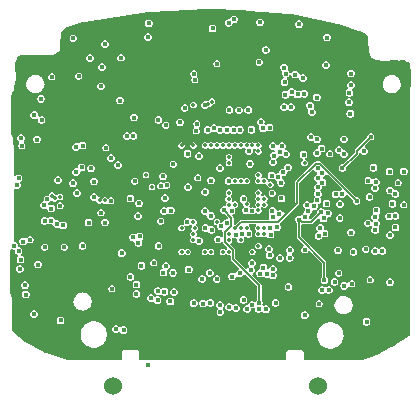
<source format=gbr>
G04*
G04 #@! TF.GenerationSoftware,Altium Limited,Altium Designer,24.6.1 (21)*
G04*
G04 Layer_Physical_Order=6*
G04 Layer_Color=16776960*
%FSLAX44Y44*%
%MOMM*%
G71*
G04*
G04 #@! TF.SameCoordinates,46D9000B-954F-446C-B998-76B77EA3697B*
G04*
G04*
G04 #@! TF.FilePolarity,Positive*
G04*
G01*
G75*
%ADD17C,0.1500*%
%ADD68C,1.5240*%
%ADD69C,0.3500*%
%ADD70C,0.4500*%
%ADD71C,0.4000*%
G36*
X166401Y270186D02*
X197581Y269160D01*
X198812Y268983D01*
X198876Y268957D01*
X200111Y269007D01*
X211446Y268012D01*
X211447Y268012D01*
X211449Y268012D01*
X234281Y266065D01*
X234376Y266049D01*
X235530Y265819D01*
X236776Y265679D01*
X279492Y256383D01*
X279622Y256346D01*
X280805Y255994D01*
D01*
X282025Y255695D01*
X293194Y252050D01*
X293249Y252032D01*
X294335Y251590D01*
X294335Y251590D01*
X294373Y251574D01*
X295546Y251237D01*
X296745Y250800D01*
X298459Y250175D01*
X298475Y250104D01*
Y250104D01*
X298683Y250017D01*
X299466Y249362D01*
X301584Y247250D01*
X301598Y247217D01*
X301875Y241250D01*
X301876Y241210D01*
X301756Y240037D01*
X301905Y239084D01*
X301943Y238804D01*
X301955Y237503D01*
X301982Y234625D01*
X301998Y234548D01*
X301989Y234470D01*
X302090Y234109D01*
X302167Y233741D01*
X302211Y233676D01*
X302232Y233601D01*
X304334Y229452D01*
X304384Y229389D01*
X304410Y229314D01*
X304661Y229036D01*
X304892Y228742D01*
X304961Y228703D01*
X305015Y228643D01*
X305353Y228482D01*
X305679Y228299D01*
X305758Y228289D01*
X305830Y228255D01*
X313071Y226421D01*
X313389Y226404D01*
X313704Y226351D01*
X326263Y226701D01*
X327472Y226566D01*
X328192Y226677D01*
X328696Y226751D01*
X330010Y226768D01*
X332604Y226800D01*
X333014Y226631D01*
X333030Y226637D01*
X333045Y226646D01*
X336648Y224693D01*
X337422Y220320D01*
X337292Y220165D01*
Y220165D01*
X337290Y220163D01*
X337374Y219961D01*
X337463Y218740D01*
X337395Y189733D01*
X337395Y189731D01*
X337395Y189730D01*
X337396Y15497D01*
Y-4405D01*
X337329Y-5332D01*
X337299Y-5357D01*
X337133Y-5629D01*
X336307Y-6408D01*
X324179Y-14463D01*
X324128Y-14492D01*
X323067Y-15077D01*
X323067Y-15077D01*
X321996Y-15714D01*
X320966Y-16224D01*
X308731Y-22287D01*
X307579Y-22771D01*
X307471Y-22816D01*
X306329Y-23325D01*
X295986Y-27178D01*
X247055D01*
Y-19738D01*
X246738Y-18973D01*
X245973Y-18656D01*
X233472D01*
X232707Y-18973D01*
X232390Y-19738D01*
Y-27178D01*
X107549D01*
Y-19738D01*
X107232Y-18973D01*
X106466Y-18655D01*
X93966D01*
X93200Y-18973D01*
X92883Y-19738D01*
Y-27178D01*
X46621D01*
X29447Y-21300D01*
X28479Y-20956D01*
X28449Y-20881D01*
X28282Y-20811D01*
X27171Y-20297D01*
X12484Y-12455D01*
X11453Y-11782D01*
X11267Y-11705D01*
X10263Y-11011D01*
X5886Y-7594D01*
X4998Y-6734D01*
X4971Y-6669D01*
X4880Y-6631D01*
X4084Y-5939D01*
X4046Y-5897D01*
X247Y-1661D01*
X177Y-1493D01*
X-0Y210D01*
X50Y1361D01*
X-1Y1483D01*
Y1483D01*
X-99Y1574D01*
X-95Y2402D01*
X333Y17073D01*
X315Y17180D01*
X329Y17287D01*
X-157Y24956D01*
X-205Y25136D01*
X-210Y25323D01*
X-1310Y30152D01*
X-1438Y31368D01*
X-1544Y31622D01*
X-1614Y32824D01*
Y64494D01*
X-1597Y65669D01*
X-1438Y66052D01*
X-1423Y66066D01*
X-512Y66888D01*
X159Y67038D01*
X281Y66915D01*
X1475Y66421D01*
X2192D01*
X2413Y66088D01*
Y64795D01*
X2908Y63601D01*
X3823Y62687D01*
X5017Y62192D01*
X5506D01*
X5758Y60922D01*
X5525Y60825D01*
X4611Y59911D01*
X4116Y58716D01*
Y57424D01*
X4611Y56229D01*
X5525Y55315D01*
X6719Y54820D01*
X8012D01*
X9207Y55315D01*
X10121Y56229D01*
X10616Y57424D01*
Y58716D01*
X10121Y59911D01*
X9207Y60825D01*
X8012Y61320D01*
X7524D01*
X7271Y62590D01*
X7505Y62687D01*
X8419Y63601D01*
X8913Y64795D01*
Y66088D01*
X8419Y67283D01*
X7505Y68197D01*
X6310Y68692D01*
X5594D01*
X5372Y69024D01*
Y70317D01*
X4877Y71512D01*
X3963Y72426D01*
X2768Y72920D01*
X2284D01*
X1631Y73609D01*
X1334Y74132D01*
X1358Y74289D01*
X1441Y74620D01*
X1642Y78542D01*
X1633Y78604D01*
X1645Y78666D01*
X1542Y117867D01*
X1841Y118142D01*
X2810Y118590D01*
X3672Y118234D01*
X4965D01*
X6159Y118729D01*
X7073Y119643D01*
X7568Y120837D01*
Y122130D01*
X7073Y123325D01*
X7786Y124408D01*
X8379Y125002D01*
X8874Y126196D01*
Y127489D01*
X8379Y128684D01*
X7465Y129598D01*
X6270Y130093D01*
X4978D01*
X3783Y129598D01*
X2869Y128684D01*
X2809Y128541D01*
X1539Y128793D01*
X1540Y149569D01*
X1532Y149607D01*
X1539Y149646D01*
X1193Y160086D01*
X1096Y160502D01*
X1008Y160919D01*
X-249Y163861D01*
X-198Y163939D01*
X-198D01*
X-373Y164362D01*
Y197482D01*
X-240Y198697D01*
X-198Y198799D01*
X-42Y199560D01*
X174Y200002D01*
X176Y200005D01*
X213Y200094D01*
X796Y201122D01*
X1441Y202090D01*
X1608Y202496D01*
X1780Y202900D01*
X3013Y208797D01*
X3015Y209045D01*
X3062Y209290D01*
X2932Y224332D01*
X3007Y225330D01*
X3097Y225547D01*
X3092Y225558D01*
X3507Y226656D01*
X5126Y230327D01*
X8448Y230954D01*
X9381Y231047D01*
X9444Y230994D01*
X9459Y230988D01*
X10057Y231070D01*
X10480Y231123D01*
X10885Y231147D01*
X11977Y231134D01*
X27432Y230951D01*
X27439Y230952D01*
X27447Y230951D01*
X27471D01*
X27473Y230951D01*
X27475Y230951D01*
X33736Y230993D01*
X33933Y231033D01*
X34135Y231030D01*
X34371Y231124D01*
X34620Y231175D01*
X34787Y231288D01*
X34975Y231362D01*
X39424Y234231D01*
X39502Y234306D01*
X39597Y234354D01*
X39824Y234618D01*
X40073Y234859D01*
X40116Y234958D01*
X40186Y235039D01*
X40294Y235369D01*
X40432Y235688D01*
X40434Y235795D01*
X40468Y235897D01*
X40989Y240189D01*
X40978Y240330D01*
X41006Y240468D01*
Y244620D01*
X41020Y244750D01*
X41181Y245954D01*
X41181D01*
X41129Y246930D01*
X41287Y247745D01*
X41287Y247745D01*
X41506Y248948D01*
X42288Y251706D01*
X42312Y251716D01*
X42440Y252025D01*
X44914Y253939D01*
X45164Y254122D01*
X46201Y254778D01*
X47281Y255275D01*
X49535Y256144D01*
X49623Y256177D01*
X50665Y256497D01*
X50675Y256492D01*
X50675Y256492D01*
X50748Y256522D01*
X51843Y256943D01*
X51862Y256949D01*
X57951Y258820D01*
X59158Y259083D01*
X59159Y259083D01*
X60102Y259319D01*
X60522Y259411D01*
X61645Y259583D01*
X115256Y267825D01*
X116520Y267870D01*
D01*
X117725Y268064D01*
X117891Y268086D01*
X163947Y270170D01*
X163954Y270171D01*
X164333Y270138D01*
X165167Y270052D01*
X166003Y270149D01*
X166395Y270186D01*
X166401Y270186D01*
D02*
G37*
%LPC*%
G36*
X210889Y262116D02*
X209597D01*
X208402Y261621D01*
X207488Y260707D01*
X206993Y259512D01*
Y258220D01*
X207488Y257025D01*
X208402Y256111D01*
X209597Y255616D01*
X210889D01*
X212084Y256111D01*
X212998Y257025D01*
X213493Y258220D01*
Y259512D01*
X212998Y260707D01*
X212084Y261621D01*
X210889Y262116D01*
D02*
G37*
G36*
X188860Y264664D02*
X187568D01*
X186373Y264169D01*
X185459Y263255D01*
X185102Y262393D01*
X184174Y261616D01*
X182881D01*
X181686Y261121D01*
X180772Y260207D01*
X180278Y259013D01*
Y257720D01*
X180772Y256525D01*
X181686Y255611D01*
X182881Y255116D01*
X184174D01*
X185368Y255611D01*
X186283Y256525D01*
X186640Y257387D01*
X187568Y258164D01*
X188860D01*
X190055Y258659D01*
X190969Y259573D01*
X191464Y260768D01*
Y262061D01*
X190969Y263255D01*
X190055Y264169D01*
X188860Y264664D01*
D02*
G37*
G36*
X116470Y261314D02*
X115177D01*
X113983Y260819D01*
X113069Y259905D01*
X112574Y258710D01*
Y257418D01*
X113069Y256223D01*
X113983Y255309D01*
X115177Y254814D01*
X116470D01*
X117665Y255309D01*
X118579Y256223D01*
X119074Y257418D01*
Y258710D01*
X118579Y259905D01*
X117665Y260819D01*
X116470Y261314D01*
D02*
G37*
G36*
X243724Y260552D02*
X242432D01*
X241237Y260057D01*
X240323Y259143D01*
X239828Y257948D01*
Y256656D01*
X240323Y255461D01*
X241237Y254547D01*
X242432Y254052D01*
X243724D01*
X244919Y254547D01*
X245833Y255461D01*
X246328Y256656D01*
Y257948D01*
X245833Y259143D01*
X244919Y260057D01*
X243724Y260552D01*
D02*
G37*
G36*
X170466Y257116D02*
X169173D01*
X167979Y256621D01*
X167065Y255707D01*
X166570Y254513D01*
Y253220D01*
X167065Y252025D01*
X167979Y251111D01*
X169173Y250616D01*
X170466D01*
X171661Y251111D01*
X172575Y252025D01*
X173070Y253220D01*
Y254513D01*
X172575Y255707D01*
X171661Y256621D01*
X170466Y257116D01*
D02*
G37*
G36*
X115709Y249884D02*
X114416D01*
X113221Y249389D01*
X112307Y248475D01*
X111812Y247281D01*
Y245987D01*
X112307Y244793D01*
X113221Y243879D01*
X114416Y243384D01*
X115709D01*
X116903Y243879D01*
X117817Y244793D01*
X118312Y245987D01*
Y247281D01*
X117817Y248475D01*
X116903Y249389D01*
X115709Y249884D01*
D02*
G37*
G36*
X267600Y249376D02*
X266308D01*
X265113Y248881D01*
X264199Y247967D01*
X263704Y246772D01*
Y245480D01*
X264199Y244285D01*
X265113Y243371D01*
X266308Y242876D01*
X267600D01*
X268795Y243371D01*
X269709Y244285D01*
X270204Y245480D01*
Y246772D01*
X269709Y247967D01*
X268795Y248881D01*
X267600Y249376D01*
D02*
G37*
G36*
X52413Y248618D02*
X51219D01*
X50117Y248161D01*
X49273Y247317D01*
X48816Y246215D01*
Y245021D01*
X49273Y243919D01*
X50117Y243075D01*
X51219Y242618D01*
X52413D01*
X53515Y243075D01*
X54359Y243919D01*
X54816Y245021D01*
Y246215D01*
X54359Y247317D01*
X53515Y248161D01*
X52413Y248618D01*
D02*
G37*
G36*
X79387Y244042D02*
X78094D01*
X76899Y243547D01*
X75985Y242633D01*
X75490Y241439D01*
Y240145D01*
X75985Y238951D01*
X76899Y238037D01*
X78094Y237542D01*
X79387D01*
X80581Y238037D01*
X81495Y238951D01*
X81990Y240145D01*
Y241439D01*
X81495Y242633D01*
X80581Y243547D01*
X79387Y244042D01*
D02*
G37*
G36*
X215530Y238962D02*
X214237D01*
X213043Y238467D01*
X212129Y237553D01*
X211634Y236359D01*
Y235065D01*
X212129Y233871D01*
X213043Y232957D01*
X214237Y232462D01*
X215530D01*
X216725Y232957D01*
X217639Y233871D01*
X218134Y235065D01*
Y236359D01*
X217639Y237553D01*
X216725Y238467D01*
X215530Y238962D01*
D02*
G37*
G36*
X92928Y231854D02*
X91735D01*
X90632Y231397D01*
X89788Y230553D01*
X89332Y229451D01*
Y228257D01*
X89788Y227155D01*
X90632Y226311D01*
X91735Y225854D01*
X92928D01*
X94031Y226311D01*
X94875Y227155D01*
X95331Y228257D01*
Y229451D01*
X94875Y230553D01*
X94031Y231397D01*
X92928Y231854D01*
D02*
G37*
G36*
X66940Y232104D02*
X65648D01*
X64453Y231609D01*
X63539Y230695D01*
X63044Y229501D01*
Y228207D01*
X63539Y227013D01*
X64453Y226099D01*
X65648Y225604D01*
X66940D01*
X68135Y226099D01*
X69049Y227013D01*
X69544Y228207D01*
Y229501D01*
X69049Y230695D01*
X68135Y231609D01*
X66940Y232104D01*
D02*
G37*
G36*
X209920Y228298D02*
X208726D01*
X207624Y227841D01*
X206780Y226997D01*
X206323Y225895D01*
Y224701D01*
X206780Y223599D01*
X207624Y222755D01*
X208726Y222298D01*
X209920D01*
X211022Y222755D01*
X211866Y223599D01*
X212323Y224701D01*
Y225895D01*
X211866Y226997D01*
X211022Y227841D01*
X209920Y228298D01*
D02*
G37*
G36*
X173957Y227118D02*
X172763D01*
X171661Y226661D01*
X170817Y225818D01*
X170360Y224715D01*
Y223521D01*
X170817Y222419D01*
X171661Y221575D01*
X172763Y221118D01*
X173957D01*
X175059Y221575D01*
X175903Y222419D01*
X176360Y223521D01*
Y224715D01*
X175903Y225818D01*
X175059Y226661D01*
X173957Y227118D01*
D02*
G37*
G36*
X266584Y226262D02*
X265292D01*
X264097Y225767D01*
X263183Y224853D01*
X262688Y223659D01*
Y222365D01*
X263183Y221171D01*
X264097Y220257D01*
X265292Y219762D01*
X266584D01*
X267779Y220257D01*
X268693Y221171D01*
X269188Y222365D01*
Y223659D01*
X268693Y224853D01*
X267779Y225767D01*
X266584Y226262D01*
D02*
G37*
G36*
X76802Y224440D02*
X75509D01*
X74315Y223945D01*
X73401Y223031D01*
X72906Y221836D01*
Y220543D01*
X73401Y219349D01*
X74315Y218435D01*
X75509Y217940D01*
X76802D01*
X77997Y218435D01*
X78911Y219349D01*
X79406Y220543D01*
Y221836D01*
X78911Y223031D01*
X77997Y223945D01*
X76802Y224440D01*
D02*
G37*
G36*
X287666Y218896D02*
X286374D01*
X285179Y218401D01*
X284265Y217487D01*
X283770Y216292D01*
Y215000D01*
X284265Y213805D01*
X285179Y212891D01*
X286374Y212396D01*
X287666D01*
X288861Y212891D01*
X289775Y213805D01*
X290270Y215000D01*
Y216292D01*
X289775Y217487D01*
X288861Y218401D01*
X287666Y218896D01*
D02*
G37*
G36*
X56985Y216360D02*
X55791D01*
X54689Y215903D01*
X53845Y215059D01*
X53388Y213957D01*
Y212763D01*
X53845Y211661D01*
X54689Y210817D01*
X55791Y210360D01*
X56985D01*
X58087Y210817D01*
X58931Y211661D01*
X59388Y212763D01*
Y213957D01*
X58931Y215059D01*
X58087Y215903D01*
X56985Y216360D01*
D02*
G37*
G36*
X34485Y215816D02*
X33292D01*
X32189Y215360D01*
X31345Y214516D01*
X30889Y213413D01*
Y212220D01*
X31345Y211117D01*
X32189Y210273D01*
X33292Y209816D01*
X34485D01*
X35588Y210273D01*
X36432Y211117D01*
X36889Y212220D01*
Y213413D01*
X36432Y214516D01*
X35588Y215360D01*
X34485Y215816D01*
D02*
G37*
G36*
X230809Y223895D02*
X229516D01*
X228322Y223400D01*
X227407Y222486D01*
X226913Y221292D01*
Y219999D01*
X227407Y218804D01*
X228322Y217890D01*
X228950Y216255D01*
X228906Y216149D01*
Y214856D01*
X229401Y213661D01*
X230310Y212752D01*
X230309Y212650D01*
X230258Y211795D01*
X230145Y211443D01*
X229045Y210987D01*
X228131Y210073D01*
X227636Y208879D01*
Y207586D01*
X228131Y206391D01*
X229045Y205477D01*
X230240Y204982D01*
X231532D01*
X232727Y205477D01*
X233641Y206391D01*
X234136Y207586D01*
Y208879D01*
X233641Y210073D01*
X232732Y210982D01*
X232733Y211085D01*
X232784Y211940D01*
X232897Y212292D01*
X233997Y212747D01*
X234911Y213661D01*
X235406Y214856D01*
X236595Y214660D01*
X236595Y214053D01*
X237090Y212858D01*
X238004Y211944D01*
X239199Y211449D01*
X240492D01*
X241686Y211944D01*
X241860Y212118D01*
X243130Y211592D01*
Y211172D01*
X243625Y209977D01*
X244539Y209063D01*
X245734Y208568D01*
X247027D01*
X248221Y209063D01*
X249135Y209977D01*
X249630Y211172D01*
Y212465D01*
X249135Y213659D01*
X248221Y214573D01*
X247027Y215068D01*
X245734D01*
X244539Y214573D01*
X244365Y214400D01*
X243095Y214925D01*
Y215345D01*
X242600Y216540D01*
X241686Y217454D01*
X240492Y217949D01*
X239199D01*
X238004Y217454D01*
X237090Y216540D01*
X236595Y215346D01*
X235406Y215541D01*
X235406Y216149D01*
X234911Y217343D01*
X233997Y218257D01*
X233368Y219892D01*
X233413Y219999D01*
Y221292D01*
X232918Y222486D01*
X232004Y223400D01*
X230809Y223895D01*
D02*
G37*
G36*
X154687Y218509D02*
X153493D01*
X152391Y218053D01*
X151547Y217209D01*
X151090Y216106D01*
Y214913D01*
X151547Y213810D01*
X152391Y212966D01*
X152508Y212377D01*
X152397Y212265D01*
X151940Y211163D01*
Y209969D01*
X152397Y208867D01*
X153241Y208023D01*
X154343Y207566D01*
X155537D01*
X156639Y208023D01*
X157483Y208867D01*
X157940Y209969D01*
Y211163D01*
X157483Y212265D01*
X156639Y213109D01*
X156522Y213699D01*
X156633Y213810D01*
X157090Y214913D01*
Y216106D01*
X156633Y217209D01*
X155789Y218053D01*
X154687Y218509D01*
D02*
G37*
G36*
X76035Y207978D02*
X74841D01*
X73739Y207521D01*
X72895Y206677D01*
X72438Y205575D01*
Y204381D01*
X72895Y203279D01*
X73739Y202435D01*
X74841Y201978D01*
X76035D01*
X77137Y202435D01*
X77981Y203279D01*
X78438Y204381D01*
Y205575D01*
X77981Y206677D01*
X77137Y207521D01*
X76035Y207978D01*
D02*
G37*
G36*
X237374Y203450D02*
X236082D01*
X234887Y202955D01*
X233973Y202041D01*
X233478Y200847D01*
X232265Y200934D01*
X230973D01*
X229778Y200439D01*
X228864Y199525D01*
X228369Y198331D01*
Y197038D01*
X228864Y195843D01*
X229778Y194929D01*
X230973Y194434D01*
X232265D01*
X233460Y194929D01*
X234374Y195843D01*
X234869Y197038D01*
X236082Y196950D01*
X237374D01*
X239007Y196252D01*
X239039Y196176D01*
X239953Y195262D01*
X241147Y194767D01*
X242440D01*
X243635Y195262D01*
X244549Y196176D01*
X245689Y195782D01*
X246884Y195287D01*
X248177D01*
X249371Y195782D01*
X250285Y196696D01*
X250780Y197891D01*
Y199184D01*
X250285Y200378D01*
X249371Y201292D01*
X248177Y201787D01*
X246884D01*
X245689Y201292D01*
X244775Y200378D01*
X243635Y200772D01*
X242440Y201267D01*
X241147D01*
X239515Y201965D01*
X239483Y202041D01*
X238569Y202955D01*
X237374Y203450D01*
D02*
G37*
G36*
X19634Y214580D02*
X18950Y214422D01*
X18416Y214315D01*
X17674Y214168D01*
X17582Y214106D01*
X17471D01*
X16270Y213608D01*
X16191Y213530D01*
X16082Y213508D01*
X15428Y213071D01*
X15001Y212786D01*
X14406Y212404D01*
X14388Y212396D01*
X14388Y212396D01*
X14264Y212271D01*
X14139Y212147D01*
X14139Y212147D01*
X14130Y212126D01*
X13782Y211567D01*
X13472Y211103D01*
X13060Y210485D01*
X13038Y210377D01*
X12960Y210298D01*
X12462Y209097D01*
Y208986D01*
X12400Y208894D01*
X12253Y208153D01*
X12146Y207618D01*
X11988Y206943D01*
Y206455D01*
X12146Y205894D01*
X12274Y205254D01*
X12400Y204618D01*
X12462Y204526D01*
Y204415D01*
X12960Y203214D01*
X13038Y203135D01*
X13060Y203026D01*
X13782Y201945D01*
X14046Y201475D01*
X14059Y201445D01*
X14059Y201445D01*
X14321Y201184D01*
X14582Y200922D01*
X14582Y200922D01*
X14656Y200891D01*
X14983Y200735D01*
X15573Y200344D01*
X15931Y200105D01*
X16083Y200004D01*
X16191Y199982D01*
X16270Y199904D01*
X17471Y199406D01*
X17582D01*
X17674Y199344D01*
X18199Y199240D01*
X19068Y199045D01*
X19361Y198933D01*
X19362Y198932D01*
X19362Y198932D01*
X20245Y198932D01*
X20564Y199050D01*
X20587Y199055D01*
X21408Y199236D01*
X21950Y199344D01*
X22042Y199406D01*
X22153D01*
X23354Y199904D01*
X23433Y199982D01*
X23542Y200004D01*
X23722Y200124D01*
X24639Y200734D01*
X24996Y200910D01*
X25055Y200935D01*
X25055Y200935D01*
X25294Y201175D01*
X25535Y201414D01*
X25535Y201415D01*
X25545Y201440D01*
X25842Y201945D01*
X26564Y203027D01*
X26586Y203135D01*
X26664Y203214D01*
X27162Y204415D01*
Y204526D01*
X27224Y204618D01*
X27478Y205894D01*
X27636Y206499D01*
Y206900D01*
X27478Y207618D01*
X27378Y208120D01*
X27224Y208894D01*
X27162Y208986D01*
Y209097D01*
X26664Y210298D01*
X26586Y210377D01*
X26564Y210485D01*
X26129Y211137D01*
X25842Y211567D01*
X25463Y212158D01*
X25455Y212177D01*
X25455Y212177D01*
X25351Y212279D01*
X25249Y212383D01*
X25249Y212383D01*
X25231Y212391D01*
X24623Y212786D01*
X24210Y213062D01*
X23542Y213508D01*
X23433Y213530D01*
X23354Y213608D01*
X22153Y214106D01*
X22042D01*
X21950Y214168D01*
X21191Y214319D01*
X20674Y214422D01*
X19972Y214580D01*
X19634D01*
X19634D01*
D02*
G37*
G36*
X321310Y214569D02*
X320717Y214411D01*
X320099Y214288D01*
X319441Y214157D01*
X319349Y214096D01*
X319238D01*
X318036Y213598D01*
X317957Y213519D01*
X317849Y213498D01*
X316767Y212775D01*
X316242Y212459D01*
X316218Y212449D01*
X316218Y212449D01*
X316004Y212233D01*
X315788Y212019D01*
X315788Y212019D01*
X315771Y211978D01*
X315550Y211560D01*
X314982Y210708D01*
X314826Y210475D01*
X314804Y210366D01*
X314726Y210288D01*
X314228Y209086D01*
Y208975D01*
X314166Y208883D01*
X314044Y208268D01*
X313908Y207592D01*
X313796Y207231D01*
X313755Y207099D01*
X313755Y207099D01*
X313755Y206299D01*
X314019Y205313D01*
X314142Y204730D01*
X314166Y204608D01*
X314190Y204572D01*
X314227Y204408D01*
X314228Y204405D01*
X314386Y204024D01*
X314726Y203203D01*
X314804Y203125D01*
X314826Y203016D01*
X315124Y202570D01*
X315606Y201805D01*
X315667Y201670D01*
X315723Y201536D01*
X315723Y201536D01*
X316050Y201211D01*
X316376Y200884D01*
X316376Y200883D01*
X316556Y200809D01*
X316642Y200771D01*
X317411Y200285D01*
X317849Y199993D01*
X317957Y199971D01*
X318036Y199893D01*
X319238Y199395D01*
X319349D01*
X319441Y199333D01*
X319530Y199316D01*
X319982Y199224D01*
X320832Y199028D01*
X321089Y198922D01*
X321921D01*
X322397Y199067D01*
X323090Y199209D01*
X323716Y199333D01*
X323808Y199395D01*
X323919D01*
X325121Y199893D01*
X325199Y199971D01*
X325308Y199993D01*
X326389Y200716D01*
X326854Y200975D01*
X326885Y200988D01*
X326885Y200988D01*
X327034Y201138D01*
X327183Y201286D01*
X327184Y201287D01*
X327191Y201304D01*
X327608Y201934D01*
X327867Y202321D01*
X328330Y203016D01*
X328352Y203125D01*
X328431Y203203D01*
X328928Y204405D01*
Y204516D01*
X328990Y204608D01*
X329154Y205431D01*
X329244Y205884D01*
X329402Y206655D01*
Y206745D01*
X329244Y207607D01*
X329171Y207974D01*
X328990Y208883D01*
X328928Y208975D01*
Y209086D01*
X328431Y210288D01*
X328352Y210366D01*
X328330Y210475D01*
X327820Y211239D01*
X327608Y211556D01*
X327125Y212254D01*
X327119Y212269D01*
X327119Y212269D01*
X327080Y212306D01*
X327043Y212345D01*
X327043Y212345D01*
X327026Y212352D01*
X326389Y212775D01*
X326007Y213030D01*
X325308Y213498D01*
X325199Y213519D01*
X325121Y213598D01*
X323919Y214096D01*
X323808D01*
X323716Y214157D01*
X322921Y214315D01*
X322440Y214411D01*
X321700Y214569D01*
X321310D01*
X321310D01*
D02*
G37*
G36*
X287920Y209244D02*
X286628D01*
X285433Y208749D01*
X284519Y207835D01*
X284024Y206640D01*
Y205347D01*
X284519Y204153D01*
X284858Y203813D01*
X284490Y202386D01*
X283909Y202145D01*
X282995Y201231D01*
X282500Y200037D01*
Y198743D01*
X282995Y197549D01*
X283909Y196635D01*
X285103Y196140D01*
X286397D01*
X287591Y196635D01*
X288505Y197549D01*
X289000Y198743D01*
Y200037D01*
X288505Y201231D01*
X288165Y201571D01*
X288534Y202998D01*
X289115Y203239D01*
X290029Y204153D01*
X290524Y205347D01*
Y206640D01*
X290029Y207835D01*
X289115Y208749D01*
X287920Y209244D01*
D02*
G37*
G36*
X258691Y198565D02*
X257398D01*
X256204Y198070D01*
X255289Y197156D01*
X254795Y195961D01*
Y194668D01*
X255289Y193474D01*
X256204Y192560D01*
X257398Y192065D01*
X258691D01*
X259886Y192560D01*
X260800Y193474D01*
X261295Y194668D01*
Y195961D01*
X260800Y197156D01*
X259886Y198070D01*
X258691Y198565D01*
D02*
G37*
G36*
X169735Y194603D02*
X168641D01*
X167630Y194184D01*
X166857Y193411D01*
X166453Y192435D01*
X165876D01*
X164865Y192017D01*
X164855Y192006D01*
X164324Y192226D01*
X163032D01*
X161837Y191731D01*
X160923Y190817D01*
X160428Y189622D01*
Y188330D01*
X160923Y187135D01*
X161837Y186221D01*
X163032Y185726D01*
X164324D01*
X165519Y186221D01*
X166233Y186935D01*
X166970D01*
X167980Y187354D01*
X168754Y188127D01*
X169158Y189103D01*
X169735D01*
X170746Y189522D01*
X171519Y190295D01*
X171938Y191306D01*
Y192400D01*
X171519Y193411D01*
X170746Y194184D01*
X169735Y194603D01*
D02*
G37*
G36*
X25069Y197598D02*
X23776D01*
X22581Y197103D01*
X21667Y196189D01*
X21172Y194994D01*
Y193701D01*
X21667Y192507D01*
X22581Y191593D01*
X23776Y191098D01*
X25069D01*
X26263Y191593D01*
X27177Y192507D01*
X27672Y193701D01*
Y194994D01*
X27177Y196189D01*
X26263Y197103D01*
X25069Y197598D01*
D02*
G37*
G36*
X92086Y196036D02*
X90794D01*
X89599Y195541D01*
X88685Y194627D01*
X88190Y193433D01*
Y192139D01*
X88685Y190945D01*
X89599Y190031D01*
X90794Y189536D01*
X92086D01*
X93281Y190031D01*
X94195Y190945D01*
X94690Y192139D01*
Y193433D01*
X94195Y194627D01*
X93281Y195541D01*
X92086Y196036D01*
D02*
G37*
G36*
X236755Y190702D02*
X235462D01*
X234267Y190207D01*
X233353Y189293D01*
X232255Y189855D01*
X232219Y189891D01*
X231024Y190386D01*
X229732D01*
X228537Y189891D01*
X227623Y188977D01*
X227128Y187782D01*
Y186490D01*
X227623Y185295D01*
X228537Y184381D01*
X229732Y183886D01*
X231024D01*
X232219Y184381D01*
X233133Y185295D01*
X234231Y184733D01*
X234267Y184697D01*
X235462Y184202D01*
X236755D01*
X237949Y184697D01*
X238864Y185611D01*
X239358Y186805D01*
Y188099D01*
X238864Y189293D01*
X237949Y190207D01*
X236755Y190702D01*
D02*
G37*
G36*
X285889Y194512D02*
X284596D01*
X283401Y194017D01*
X282487Y193103D01*
X281992Y191908D01*
Y190616D01*
X282487Y189421D01*
X283401Y188507D01*
X284596Y188012D01*
X285889D01*
X287083Y188507D01*
X287997Y189421D01*
X288492Y190616D01*
Y191908D01*
X287997Y193103D01*
X287083Y194017D01*
X285889Y194512D01*
D02*
G37*
G36*
X154177Y191726D02*
X153083D01*
X152072Y191307D01*
X151299Y190534D01*
X150880Y189523D01*
Y188429D01*
X151299Y187418D01*
X152072Y186645D01*
X153083Y186226D01*
X154177D01*
X155188Y186645D01*
X155961Y187418D01*
X156380Y188429D01*
Y189523D01*
X155961Y190534D01*
X155188Y191307D01*
X154177Y191726D01*
D02*
G37*
G36*
X146901Y189436D02*
X145707D01*
X144605Y188979D01*
X143761Y188135D01*
X143304Y187033D01*
Y185839D01*
X143761Y184737D01*
X144605Y183893D01*
X145707Y183436D01*
X146901D01*
X148003Y183893D01*
X148847Y184737D01*
X149304Y185839D01*
Y187033D01*
X148847Y188135D01*
X148003Y188979D01*
X146901Y189436D01*
D02*
G37*
G36*
X200798Y188186D02*
X199506D01*
X198311Y187691D01*
X197397Y186777D01*
X196902Y185582D01*
Y184289D01*
X197397Y183095D01*
X198311Y182181D01*
X199506Y181686D01*
X200798D01*
X201993Y182181D01*
X202907Y183095D01*
X203402Y184289D01*
Y185582D01*
X202907Y186777D01*
X201993Y187691D01*
X200798Y188186D01*
D02*
G37*
G36*
X184771D02*
X183478D01*
X182284Y187691D01*
X181369Y186777D01*
X180875Y185582D01*
Y184289D01*
X181369Y183095D01*
X182284Y182181D01*
X183478Y181686D01*
X184771D01*
X185966Y182181D01*
X186880Y183095D01*
X187375Y184289D01*
Y185582D01*
X186880Y186777D01*
X185966Y187691D01*
X184771Y188186D01*
D02*
G37*
G36*
X192875Y187648D02*
X191681D01*
X190579Y187191D01*
X189735Y186347D01*
X189278Y185244D01*
Y184051D01*
X189735Y182948D01*
X190579Y182104D01*
X191681Y181648D01*
X192875D01*
X193977Y182104D01*
X194821Y182948D01*
X195278Y184051D01*
Y185244D01*
X194821Y186347D01*
X193977Y187191D01*
X192875Y187648D01*
D02*
G37*
G36*
X252992Y191686D02*
X251700D01*
X250505Y191191D01*
X249591Y190277D01*
X249096Y189082D01*
Y187789D01*
X249591Y186595D01*
X250505Y185680D01*
X250900Y184142D01*
X250750Y183780D01*
Y182488D01*
X251245Y181293D01*
X252159Y180379D01*
X253354Y179884D01*
X254646D01*
X255841Y180379D01*
X256755Y181293D01*
X257250Y182488D01*
Y183780D01*
X256755Y184975D01*
X255841Y185889D01*
X255446Y187427D01*
X255596Y187789D01*
Y189082D01*
X255101Y190277D01*
X254187Y191191D01*
X252992Y191686D01*
D02*
G37*
G36*
X287159Y184860D02*
X285865D01*
X284671Y184365D01*
X283757Y183451D01*
X283262Y182257D01*
Y180963D01*
X283757Y179769D01*
X284671Y178855D01*
X285865Y178360D01*
X287159D01*
X288353Y178855D01*
X289267Y179769D01*
X289762Y180963D01*
Y182257D01*
X289267Y183451D01*
X288353Y184365D01*
X287159Y184860D01*
D02*
G37*
G36*
X103819Y181558D02*
X102526D01*
X101331Y181063D01*
X100417Y180149D01*
X99922Y178955D01*
Y177661D01*
X100417Y176467D01*
X101331Y175553D01*
X102526Y175058D01*
X103819D01*
X105013Y175553D01*
X105927Y176467D01*
X106422Y177661D01*
Y178955D01*
X105927Y180149D01*
X105013Y181063D01*
X103819Y181558D01*
D02*
G37*
G36*
X124656Y179581D02*
X123363D01*
X122168Y179087D01*
X121254Y178172D01*
X120759Y176978D01*
Y175685D01*
X121254Y174490D01*
X122168Y173576D01*
X123363Y173081D01*
X124656D01*
X125850Y173576D01*
X126765Y174490D01*
X127259Y175685D01*
Y176978D01*
X126765Y178172D01*
X125850Y179087D01*
X124656Y179581D01*
D02*
G37*
G36*
X19621Y183544D02*
X18328D01*
X17134Y183049D01*
X16220Y182135D01*
X15725Y180940D01*
Y179647D01*
X16220Y178453D01*
X17134Y177539D01*
X18328Y177044D01*
X19621D01*
X20768Y177519D01*
X21216Y177311D01*
X21538Y177128D01*
X21896Y176823D01*
Y175631D01*
X22391Y174437D01*
X23305Y173522D01*
X24499Y173028D01*
X25793D01*
X26987Y173522D01*
X27901Y174437D01*
X28396Y175631D01*
Y176924D01*
X27901Y178119D01*
X26987Y179033D01*
X25793Y179528D01*
X24499D01*
X23353Y179053D01*
X22905Y179261D01*
X22583Y179444D01*
X22225Y179749D01*
Y180940D01*
X21730Y182135D01*
X20816Y183049D01*
X19621Y183544D01*
D02*
G37*
G36*
X142915Y177557D02*
X141622D01*
X140428Y177062D01*
X139513Y176148D01*
X139019Y174953D01*
Y173660D01*
X139513Y172466D01*
X140428Y171551D01*
X141622Y171057D01*
X142915D01*
X144110Y171551D01*
X145024Y172466D01*
X145519Y173660D01*
Y174953D01*
X145024Y176148D01*
X144110Y177062D01*
X142915Y177557D01*
D02*
G37*
G36*
X171588Y172668D02*
X170296D01*
X169101Y172173D01*
X168406Y171478D01*
X167500Y170588D01*
X166305Y171083D01*
X165012D01*
X163818Y170588D01*
X162904Y169674D01*
X162409Y168479D01*
Y167187D01*
X162904Y165992D01*
X163818Y165078D01*
X165012Y164583D01*
X166305D01*
X167500Y165078D01*
X168414Y165992D01*
X169925Y166322D01*
X170296Y166168D01*
X171588D01*
X172024Y166348D01*
X173521Y166053D01*
X174435Y165139D01*
X175630Y164644D01*
X176922D01*
X178117Y165139D01*
X178478Y165500D01*
X179137Y166000D01*
X180137Y165500D01*
X180336Y165302D01*
X181530Y164807D01*
X182823D01*
X184017Y165302D01*
X185584Y165072D01*
X185831Y164825D01*
X187026Y164331D01*
X188318D01*
X189513Y164825D01*
X190427Y165740D01*
X191302Y165327D01*
X191327Y165302D01*
X192521Y164807D01*
X193814D01*
X195009Y165302D01*
X195923Y166216D01*
X196418Y167411D01*
Y168703D01*
X195923Y169898D01*
X195009Y170812D01*
X193814Y171307D01*
X192521D01*
X191327Y170812D01*
X190412Y169898D01*
X189538Y170311D01*
X189513Y170336D01*
X188318Y170830D01*
X187026D01*
X185831Y170336D01*
X184264Y170565D01*
X184017Y170812D01*
X182823Y171307D01*
X181530D01*
X180336Y170812D01*
X179974Y170451D01*
X179315Y169951D01*
X178315Y170451D01*
X178117Y170649D01*
X176922Y171144D01*
X175630D01*
X175194Y170964D01*
X173697Y171259D01*
X172783Y172173D01*
X171588Y172668D01*
D02*
G37*
G36*
X131007Y174958D02*
X129814D01*
X128711Y174501D01*
X127867Y173657D01*
X127410Y172555D01*
Y171361D01*
X127867Y170259D01*
X128711Y169415D01*
X129814Y168958D01*
X131007D01*
X132110Y169415D01*
X132954Y170259D01*
X133410Y171361D01*
Y172555D01*
X132954Y173657D01*
X132110Y174501D01*
X131007Y174958D01*
D02*
G37*
G36*
X211341Y177600D02*
X210048D01*
X208854Y177105D01*
X207939Y176191D01*
X207444Y174996D01*
Y173703D01*
X207939Y172509D01*
X208853Y171595D01*
X209357Y170084D01*
X209230Y169777D01*
Y168484D01*
X209724Y167290D01*
X210639Y166375D01*
X211833Y165881D01*
X213126D01*
X214321Y166375D01*
X214834Y166889D01*
X216345Y167174D01*
X217540Y166679D01*
X218832D01*
X220027Y167174D01*
X220941Y168088D01*
X221436Y169283D01*
Y170576D01*
X220941Y171770D01*
X220027Y172684D01*
X218832Y173179D01*
X217540D01*
X216345Y172684D01*
X215493Y171832D01*
X214271Y172035D01*
X213817Y173396D01*
X213944Y173703D01*
Y174996D01*
X213450Y176191D01*
X212535Y177105D01*
X211341Y177600D01*
D02*
G37*
G36*
X203394Y171307D02*
X202101D01*
X200906Y170812D01*
X199992Y169898D01*
X199497Y168703D01*
Y167411D01*
X199992Y166216D01*
X200906Y165302D01*
X202101Y164807D01*
X203394D01*
X204588Y165302D01*
X205503Y166216D01*
X205997Y167411D01*
Y168703D01*
X205503Y169898D01*
X204588Y170812D01*
X203394Y171307D01*
D02*
G37*
G36*
X103517Y166131D02*
X102224D01*
X101029Y165636D01*
X100906Y165513D01*
X100076Y164757D01*
X99246Y165513D01*
X99123Y165636D01*
X97928Y166131D01*
X96636D01*
X95441Y165636D01*
X94527Y164722D01*
X94032Y163528D01*
Y162235D01*
X94527Y161040D01*
X95441Y160126D01*
X96636Y159631D01*
X97928D01*
X99123Y160126D01*
X99246Y160249D01*
X100076Y161005D01*
X100906Y160249D01*
X101029Y160126D01*
X102224Y159631D01*
X103517D01*
X104711Y160126D01*
X105625Y161040D01*
X106120Y162235D01*
Y163528D01*
X105625Y164722D01*
X104711Y165636D01*
X103517Y166131D01*
D02*
G37*
G36*
X156993Y176228D02*
X155799D01*
X154697Y175771D01*
X153853Y174927D01*
X153396Y173825D01*
Y172631D01*
X153853Y171529D01*
X154350Y171031D01*
X154264Y169726D01*
X154181Y169541D01*
X153413Y168773D01*
X152956Y167671D01*
Y166477D01*
X153413Y165375D01*
X154257Y164531D01*
X155359Y164074D01*
X156553D01*
X157655Y164531D01*
X158499Y165375D01*
X158956Y166477D01*
Y167671D01*
X158499Y168773D01*
X158002Y169271D01*
X158088Y170576D01*
X158171Y170761D01*
X158939Y171529D01*
X159396Y172631D01*
Y173825D01*
X158939Y174927D01*
X158095Y175771D01*
X156993Y176228D01*
D02*
G37*
G36*
X281743Y163060D02*
X280549D01*
X279447Y162603D01*
X278603Y161759D01*
X278146Y160657D01*
Y159463D01*
X278603Y158361D01*
X279447Y157517D01*
X280549Y157060D01*
X281743D01*
X282845Y157517D01*
X283689Y158361D01*
X284146Y159463D01*
Y160657D01*
X283689Y161759D01*
X282845Y162603D01*
X281743Y163060D01*
D02*
G37*
G36*
X253677Y165341D02*
X252384D01*
X251190Y164846D01*
X250275Y163932D01*
X249781Y162737D01*
Y161444D01*
X250275Y160250D01*
X251190Y159335D01*
X252384Y158841D01*
X253677D01*
X253937Y158948D01*
X254962Y159182D01*
X255469Y158313D01*
X255592Y158018D01*
X256506Y157104D01*
X257701Y156609D01*
X258993D01*
X260188Y157104D01*
X261102Y158018D01*
X261597Y159213D01*
Y160505D01*
X261102Y161700D01*
X260188Y162614D01*
X258993Y163109D01*
X257701D01*
X257441Y163001D01*
X256416Y162768D01*
X255908Y163637D01*
X255786Y163932D01*
X254872Y164846D01*
X253677Y165341D01*
D02*
G37*
G36*
X21776Y162980D02*
X20484D01*
X19289Y162486D01*
X18375Y161572D01*
X17880Y160377D01*
Y159084D01*
X18375Y157890D01*
X19289Y156975D01*
X20484Y156481D01*
X21776D01*
X22971Y156975D01*
X23885Y157890D01*
X24380Y159084D01*
Y160377D01*
X23885Y161572D01*
X22971Y162486D01*
X21776Y162980D01*
D02*
G37*
G36*
X60472Y157893D02*
X59179D01*
X57984Y157398D01*
X57070Y156484D01*
X55672Y156426D01*
X55093Y156666D01*
X53801D01*
X52606Y156171D01*
X51692Y155257D01*
X51197Y154062D01*
Y152769D01*
X51692Y151575D01*
X52606Y150661D01*
X53801Y150166D01*
X55093D01*
X56288Y150661D01*
X57202Y151575D01*
X58601Y151632D01*
X59179Y151393D01*
X60472D01*
X61666Y151888D01*
X62580Y152802D01*
X63075Y153996D01*
Y155289D01*
X62580Y156484D01*
X61666Y157398D01*
X60472Y157893D01*
D02*
G37*
G36*
X209217Y157492D02*
X208123D01*
X207112Y157073D01*
X207000Y156960D01*
X206170Y156411D01*
X205340Y156960D01*
X205228Y157073D01*
X204217Y157492D01*
X203123D01*
X202112Y157073D01*
X202000Y156961D01*
X201170Y156411D01*
X200340Y156961D01*
X200228Y157073D01*
X199217Y157492D01*
X198123D01*
X197112Y157073D01*
X197000Y156960D01*
X196170Y156411D01*
X195340Y156960D01*
X195228Y157073D01*
X194217Y157492D01*
X193123D01*
X192112Y157073D01*
X192000Y156961D01*
X191170Y156411D01*
X190340Y156961D01*
X190228Y157073D01*
X189217Y157492D01*
X188123D01*
X187113Y157073D01*
X187000Y156960D01*
X186170Y156411D01*
X185340Y156960D01*
X185228Y157073D01*
X184217Y157492D01*
X183123D01*
X182112Y157073D01*
X182000Y156961D01*
X181170Y156411D01*
X180340Y156961D01*
X180228Y157073D01*
X179217Y157492D01*
X178123D01*
X177113Y157073D01*
X177000Y156960D01*
X176170Y156411D01*
X175340Y156960D01*
X175228Y157073D01*
X174217Y157492D01*
X173123D01*
X172112Y157073D01*
X172000Y156961D01*
X171170Y156411D01*
X170340Y156961D01*
X170228Y157073D01*
X169217Y157492D01*
X168123D01*
X167113Y157073D01*
X167000Y156960D01*
X166170Y156411D01*
X165340Y156960D01*
X165228Y157073D01*
X164217Y157492D01*
X163123D01*
X162112Y157073D01*
X161339Y156300D01*
X160920Y155289D01*
Y154195D01*
X161339Y153184D01*
X162112Y152411D01*
X163123Y151992D01*
X164217D01*
X165228Y152411D01*
X165340Y152523D01*
X166170Y153072D01*
X167000Y152523D01*
X167113Y152411D01*
X168123Y151992D01*
X169217D01*
X170228Y152411D01*
X170340Y152523D01*
X171170Y153073D01*
X172000Y152523D01*
X172112Y152411D01*
X173123Y151992D01*
X174217D01*
X175228Y152411D01*
X175340Y152523D01*
X176170Y153072D01*
X177000Y152523D01*
X177113Y152411D01*
X178123Y151992D01*
X179217D01*
X180228Y152411D01*
X180340Y152523D01*
X181170Y153073D01*
X182000Y152523D01*
X182112Y152411D01*
X183123Y151992D01*
X184217D01*
X185228Y152411D01*
X185340Y152523D01*
X186170Y153072D01*
X187000Y152523D01*
X187113Y152411D01*
X188123Y151992D01*
X189217D01*
X190228Y152411D01*
X190340Y152523D01*
X191170Y153073D01*
X192000Y152523D01*
X192112Y152411D01*
X193123Y151992D01*
X194217D01*
X195228Y152411D01*
X195340Y152523D01*
X196170Y153072D01*
X197000Y152523D01*
X197112Y152411D01*
X197964Y152058D01*
X197974Y152009D01*
X197479Y150815D01*
Y149522D01*
X197974Y148327D01*
X198888Y147413D01*
X200083Y146918D01*
X201376D01*
X202570Y147413D01*
X203485Y148327D01*
X203979Y149522D01*
Y150815D01*
X203769Y151322D01*
X204217Y151992D01*
X205109Y152361D01*
X205733Y152269D01*
X206503Y151770D01*
X206555Y151569D01*
X206451Y151412D01*
X206339Y151300D01*
X205920Y150289D01*
Y149195D01*
X206339Y148184D01*
X207112Y147411D01*
X208123Y146992D01*
X209217D01*
X210228Y147411D01*
X211001Y148184D01*
X211420Y149195D01*
Y150289D01*
X211001Y151300D01*
X210889Y151412D01*
X210340Y152242D01*
X210889Y153072D01*
X211001Y153184D01*
X211420Y154195D01*
Y155289D01*
X211001Y156300D01*
X210228Y157073D01*
X209217Y157492D01*
D02*
G37*
G36*
X229247Y157510D02*
X227953D01*
X226759Y157015D01*
X225845Y156101D01*
X225584Y155471D01*
X224209D01*
X223989Y156002D01*
X223075Y156916D01*
X221880Y157411D01*
X220588D01*
X219393Y156916D01*
X218479Y156002D01*
X217984Y154807D01*
Y153514D01*
X218479Y152320D01*
X219393Y151405D01*
X220588Y150911D01*
X221880D01*
X222510Y150268D01*
X221636Y149379D01*
X221371D01*
X220176Y148884D01*
X219262Y147970D01*
X218767Y146775D01*
Y145482D01*
X219054Y144790D01*
X219165Y143462D01*
X218251Y142547D01*
X217756Y141353D01*
Y140060D01*
X218251Y138865D01*
X219165Y137951D01*
X220360Y137456D01*
X221653D01*
X222847Y137951D01*
X223762Y138865D01*
X224256Y140060D01*
Y141353D01*
X223970Y142045D01*
X223858Y143374D01*
X224773Y144288D01*
X225020Y144886D01*
X226072Y145825D01*
X227365D01*
X228559Y146319D01*
X229000Y146232D01*
X229244Y145642D01*
X230159Y144727D01*
X231353Y144233D01*
X232646D01*
X233841Y144727D01*
X234755Y145642D01*
X235250Y146836D01*
Y148129D01*
X234755Y149324D01*
X233841Y150238D01*
X232646Y150733D01*
X231465D01*
X231219Y151026D01*
X230824Y151888D01*
X231355Y152419D01*
X231850Y153614D01*
Y154907D01*
X231355Y156101D01*
X230441Y157015D01*
X229247Y157510D01*
D02*
G37*
G36*
X154217Y157492D02*
X153123D01*
X152112Y157073D01*
X151339Y156300D01*
X150920Y155289D01*
Y154195D01*
X151339Y153184D01*
X152112Y152411D01*
X153123Y151992D01*
X154217D01*
X155228Y152411D01*
X156001Y153184D01*
X156420Y154195D01*
Y155289D01*
X156001Y156300D01*
X155228Y157073D01*
X154217Y157492D01*
D02*
G37*
G36*
X144217D02*
X143123D01*
X142112Y157073D01*
X141339Y156300D01*
X140920Y155289D01*
Y154195D01*
X141339Y153184D01*
X142112Y152411D01*
X143123Y151992D01*
X144217D01*
X145228Y152411D01*
X146001Y153184D01*
X146420Y154195D01*
Y155289D01*
X146001Y156300D01*
X145228Y157073D01*
X144217Y157492D01*
D02*
G37*
G36*
X8267Y164032D02*
X6974D01*
X5779Y163537D01*
X4865Y162623D01*
X4370Y161429D01*
Y160135D01*
X4865Y158941D01*
X5673Y158133D01*
X5780Y158005D01*
X5830Y156631D01*
X5585Y156385D01*
X5128Y155283D01*
Y154089D01*
X5585Y152987D01*
X6429Y152143D01*
X7531Y151686D01*
X8725D01*
X9827Y152143D01*
X10671Y152987D01*
X11128Y154089D01*
Y155283D01*
X10671Y156385D01*
X10075Y156982D01*
X9844Y157375D01*
X9976Y158542D01*
X10375Y158941D01*
X10870Y160135D01*
Y161429D01*
X10375Y162623D01*
X9461Y163537D01*
X8267Y164032D01*
D02*
G37*
G36*
X79957Y155866D02*
X78763D01*
X77661Y155409D01*
X76817Y154565D01*
X76360Y153462D01*
Y152269D01*
X76817Y151166D01*
X77661Y150322D01*
X78763Y149866D01*
X79957D01*
X81059Y150322D01*
X81903Y151166D01*
X82360Y152269D01*
Y153462D01*
X81903Y154565D01*
X81059Y155409D01*
X79957Y155866D01*
D02*
G37*
G36*
X304508Y165179D02*
X303314D01*
X302212Y164722D01*
X301368Y163879D01*
X300911Y162776D01*
Y161703D01*
X290654Y151446D01*
X290268Y150867D01*
X290132Y150184D01*
Y148323D01*
X280531Y138722D01*
X280474Y138746D01*
X279181D01*
X277987Y138251D01*
X277073Y137337D01*
X276578Y136142D01*
Y134849D01*
X277073Y133655D01*
X277987Y132741D01*
X279181Y132246D01*
X280474D01*
X281669Y132741D01*
X282583Y133655D01*
X283078Y134849D01*
Y136142D01*
X283055Y136199D01*
X293178Y146322D01*
X293564Y146901D01*
X293700Y147584D01*
Y148201D01*
X294005Y148420D01*
X295441Y148273D01*
X296355Y147359D01*
X297549Y146864D01*
X298843D01*
X300037Y147359D01*
X300951Y148273D01*
X301446Y149467D01*
Y150760D01*
X300951Y151955D01*
X300037Y152869D01*
X299248Y153196D01*
X298793Y154537D01*
X303435Y159179D01*
X304508D01*
X305611Y159636D01*
X306455Y160480D01*
X306911Y161583D01*
Y162776D01*
X306455Y163879D01*
X305611Y164722D01*
X304508Y165179D01*
D02*
G37*
G36*
X262785Y155313D02*
X261492D01*
X260298Y154818D01*
X259384Y153904D01*
X258889Y152709D01*
Y151521D01*
X258822Y151476D01*
X257529D01*
X256334Y150982D01*
X255420Y150067D01*
X254925Y148873D01*
Y147580D01*
X255420Y146385D01*
X256334Y145471D01*
X257529Y144976D01*
X258822D01*
X260016Y145471D01*
X260931Y146385D01*
X261425Y147580D01*
Y148768D01*
X261492Y148813D01*
X262785D01*
X263980Y149307D01*
X264894Y150222D01*
X265389Y151416D01*
Y152709D01*
X264894Y153904D01*
X263980Y154818D01*
X262785Y155313D01*
D02*
G37*
G36*
X269699Y150621D02*
X268505D01*
X267402Y150164D01*
X266558Y149320D01*
X266102Y148217D01*
Y147024D01*
X266558Y145921D01*
X267402Y145077D01*
X268505Y144621D01*
X269699D01*
X270801Y145077D01*
X271645Y145921D01*
X272102Y147024D01*
Y148217D01*
X271645Y149320D01*
X270801Y150164D01*
X269699Y150621D01*
D02*
G37*
G36*
X149421Y151009D02*
X148128D01*
X146934Y150514D01*
X146020Y149600D01*
X145525Y148405D01*
Y147112D01*
X146020Y145918D01*
X146934Y145004D01*
X148128Y144509D01*
X149421D01*
X150616Y145004D01*
X151530Y145918D01*
X152025Y147112D01*
Y148405D01*
X151530Y149600D01*
X150616Y150514D01*
X149421Y151009D01*
D02*
G37*
G36*
X277553Y154223D02*
X276260D01*
X275066Y153728D01*
X274151Y152814D01*
X273657Y151619D01*
Y150326D01*
X274151Y149132D01*
X275066Y148218D01*
X276260Y147723D01*
X277553D01*
X278000Y147424D01*
Y146926D01*
X278495Y145732D01*
X279409Y144818D01*
X280604Y144323D01*
X281896D01*
X283091Y144818D01*
X284005Y145732D01*
X284500Y146926D01*
Y148219D01*
X284005Y149414D01*
X283091Y150328D01*
X281896Y150823D01*
X280604D01*
X280156Y151122D01*
Y151619D01*
X279662Y152814D01*
X278748Y153728D01*
X277553Y154223D01*
D02*
G37*
G36*
X158867Y149232D02*
X157573D01*
X156379Y148737D01*
X155465Y147823D01*
X154970Y146629D01*
Y145336D01*
X155465Y144141D01*
X156379Y143227D01*
X157573Y142732D01*
X158867D01*
X160061Y143227D01*
X160975Y144141D01*
X161470Y145336D01*
Y146629D01*
X160975Y147823D01*
X160061Y148737D01*
X158867Y149232D01*
D02*
G37*
G36*
X84507Y147210D02*
X83214D01*
X82019Y146715D01*
X81105Y145801D01*
X80610Y144607D01*
Y143314D01*
X81105Y142119D01*
X82019Y141205D01*
X83214Y140710D01*
X84507D01*
X85701Y141205D01*
X86615Y142119D01*
X87110Y143314D01*
Y144607D01*
X86615Y145801D01*
X85701Y146715D01*
X84507Y147210D01*
D02*
G37*
G36*
X247564Y150158D02*
X246271D01*
X245077Y149663D01*
X244163Y148749D01*
X243668Y147555D01*
Y146262D01*
X244163Y145067D01*
X245077Y144153D01*
X246271Y143658D01*
X246292D01*
X246544Y142388D01*
X246286Y142281D01*
X245513Y141508D01*
X245094Y140497D01*
Y139403D01*
X245513Y138392D01*
X246286Y137619D01*
X247297Y137200D01*
X248391D01*
X249402Y137619D01*
X250175Y138392D01*
X250594Y139403D01*
Y140497D01*
X250175Y141508D01*
X249402Y142281D01*
X248480Y142663D01*
X248374Y142987D01*
X248317Y143970D01*
X248759Y144153D01*
X249673Y145067D01*
X250168Y146262D01*
Y147555D01*
X249673Y148749D01*
X248759Y149663D01*
X247564Y150158D01*
D02*
G37*
G36*
X184217Y147492D02*
X183123D01*
X182112Y147073D01*
X181339Y146300D01*
X180920Y145289D01*
Y144195D01*
X181339Y143184D01*
X181451Y143072D01*
X182001Y142242D01*
X181451Y141412D01*
X181339Y141300D01*
X180920Y140289D01*
Y139195D01*
X181339Y138184D01*
X182112Y137411D01*
X183123Y136992D01*
X184217D01*
X185228Y137411D01*
X186001Y138184D01*
X186420Y139195D01*
Y140289D01*
X186001Y141300D01*
X185889Y141412D01*
X185339Y142242D01*
X185889Y143072D01*
X186001Y143184D01*
X186420Y144195D01*
Y145289D01*
X186001Y146300D01*
X185228Y147073D01*
X184217Y147492D01*
D02*
G37*
G36*
X202017Y142547D02*
X200724D01*
X199529Y142052D01*
X198615Y141138D01*
X198120Y139943D01*
Y138650D01*
X198615Y137456D01*
X199529Y136542D01*
X200724Y136047D01*
X202017D01*
X203211Y136542D01*
X204125Y137456D01*
X204620Y138650D01*
Y139943D01*
X204125Y141138D01*
X203211Y142052D01*
X202017Y142547D01*
D02*
G37*
G36*
X137338Y141903D02*
X136145D01*
X135042Y141446D01*
X134198Y140602D01*
X133741Y139500D01*
Y138306D01*
X134198Y137203D01*
X135042Y136360D01*
X136145Y135903D01*
X137338D01*
X138441Y136360D01*
X139284Y137203D01*
X139741Y138306D01*
Y139500D01*
X139284Y140602D01*
X138441Y141446D01*
X137338Y141903D01*
D02*
G37*
G36*
X90662Y141500D02*
X89369D01*
X88175Y141005D01*
X87260Y140091D01*
X86766Y138896D01*
Y137604D01*
X87260Y136409D01*
X88175Y135495D01*
X89369Y135000D01*
X90662D01*
X91856Y135495D01*
X92771Y136409D01*
X93265Y137604D01*
Y138896D01*
X92771Y140091D01*
X91856Y141005D01*
X90662Y141500D01*
D02*
G37*
G36*
X306716Y139140D02*
X305424D01*
X304229Y138645D01*
X303315Y137731D01*
X302820Y136537D01*
Y135244D01*
X303315Y134049D01*
X304229Y133135D01*
X305424Y132640D01*
X306716D01*
X307911Y133135D01*
X308825Y134049D01*
X309320Y135244D01*
Y136537D01*
X308825Y137731D01*
X307911Y138645D01*
X306716Y139140D01*
D02*
G37*
G36*
X176932Y139068D02*
X175639D01*
X174445Y138573D01*
X173530Y137659D01*
X173036Y136464D01*
Y135171D01*
X173530Y133977D01*
X174445Y133063D01*
X175639Y132568D01*
X176932D01*
X178127Y133063D01*
X179041Y133977D01*
X179536Y135171D01*
Y136464D01*
X179041Y137659D01*
X178127Y138573D01*
X176932Y139068D01*
D02*
G37*
G36*
X67628Y138613D02*
X66335D01*
X65141Y138118D01*
X64227Y137204D01*
X63732Y136010D01*
Y134717D01*
X64227Y133522D01*
X65141Y132608D01*
X66335Y132113D01*
X67628D01*
X68823Y132608D01*
X69737Y133522D01*
X70232Y134717D01*
Y136010D01*
X69737Y137204D01*
X68823Y138118D01*
X67628Y138613D01*
D02*
G37*
G36*
X234240Y139216D02*
X232947D01*
X231753Y138721D01*
X230838Y137807D01*
X230344Y136612D01*
Y136389D01*
X230248Y135311D01*
X229170Y135216D01*
X228947D01*
X227752Y134721D01*
X226838Y133807D01*
X226343Y132612D01*
Y132606D01*
X225940Y131433D01*
X224647Y131433D01*
X223452Y130938D01*
X222189Y131471D01*
X221712Y131948D01*
X220518Y132443D01*
X219225D01*
X218030Y131948D01*
X217116Y131034D01*
X216621Y129839D01*
Y128547D01*
X217116Y127352D01*
X218030Y126438D01*
X219225Y125943D01*
X220518D01*
X221712Y126438D01*
X222848Y126033D01*
X223452Y125428D01*
X223696Y125327D01*
X224470Y123876D01*
Y122583D01*
X224964Y121388D01*
X225879Y120474D01*
X227073Y119979D01*
X228366D01*
X229560Y120474D01*
X230475Y121388D01*
X230969Y122583D01*
Y123876D01*
X230475Y125070D01*
X229560Y125984D01*
X229317Y126085D01*
X228543Y127537D01*
Y127542D01*
X228947Y128716D01*
X230240Y128716D01*
X231434Y129211D01*
X232348Y130125D01*
X232843Y131319D01*
Y131543D01*
X232939Y132621D01*
X234016Y132716D01*
X234240D01*
X235435Y133211D01*
X236349Y134125D01*
X236844Y135319D01*
Y136612D01*
X236349Y137807D01*
X235435Y138721D01*
X234240Y139216D01*
D02*
G37*
G36*
X332370Y135838D02*
X331077D01*
X329883Y135343D01*
X328969Y134429D01*
X328474Y133235D01*
Y131941D01*
X328969Y130747D01*
X329883Y129833D01*
X331077Y129338D01*
X332370D01*
X333565Y129833D01*
X334479Y130747D01*
X334974Y131941D01*
Y133235D01*
X334479Y134429D01*
X333565Y135343D01*
X332370Y135838D01*
D02*
G37*
G36*
X320433D02*
X319139D01*
X317945Y135343D01*
X317031Y134429D01*
X316536Y133235D01*
Y131941D01*
X317031Y130747D01*
X317945Y129833D01*
X319139Y129338D01*
X320433D01*
X321627Y129833D01*
X322541Y130747D01*
X323036Y131941D01*
Y133235D01*
X322541Y134429D01*
X321627Y135343D01*
X320433Y135838D01*
D02*
G37*
G36*
X59596Y139466D02*
X58303D01*
X57109Y138971D01*
X56195Y138057D01*
X55700Y136862D01*
Y136702D01*
X54818Y135693D01*
X53525D01*
X52330Y135198D01*
X51416Y134284D01*
X50921Y133089D01*
Y131796D01*
X51416Y130602D01*
X52330Y129687D01*
X53525Y129193D01*
X54818D01*
X56012Y129687D01*
X56926Y130602D01*
X57421Y131796D01*
Y131957D01*
X58303Y132966D01*
X59596D01*
X60791Y133461D01*
X61705Y134375D01*
X62200Y135569D01*
Y136862D01*
X61705Y138057D01*
X60791Y138971D01*
X59596Y139466D01*
D02*
G37*
G36*
X114217Y132492D02*
X113123D01*
X112112Y132073D01*
X111339Y131300D01*
X110920Y130289D01*
Y129195D01*
X111339Y128184D01*
X112112Y127411D01*
X113123Y126992D01*
X114217D01*
X115228Y127411D01*
X116001Y128184D01*
X116420Y129195D01*
Y130289D01*
X116001Y131300D01*
X115228Y132073D01*
X114217Y132492D01*
D02*
G37*
G36*
X128408Y131774D02*
X127115D01*
X125921Y131279D01*
X125007Y130365D01*
X124512Y129171D01*
Y127878D01*
X125007Y126683D01*
X125921Y125769D01*
X127115Y125274D01*
X128408D01*
X129603Y125769D01*
X130517Y126683D01*
X131012Y127878D01*
Y129171D01*
X130517Y130365D01*
X129603Y131279D01*
X128408Y131774D01*
D02*
G37*
G36*
X157967Y130242D02*
X156774D01*
X155671Y129785D01*
X154827Y128941D01*
X154371Y127839D01*
Y126645D01*
X154827Y125543D01*
X155671Y124699D01*
X156774Y124242D01*
X157967D01*
X159070Y124699D01*
X159914Y125543D01*
X160371Y126645D01*
Y127839D01*
X159914Y128941D01*
X159070Y129785D01*
X157967Y130242D01*
D02*
G37*
G36*
X131705Y123860D02*
X130511D01*
X129409Y123403D01*
X129315Y123310D01*
X127798Y123031D01*
X126695Y123488D01*
X125502D01*
X124399Y123031D01*
X123555Y122187D01*
X123099Y121084D01*
Y119891D01*
X123555Y118788D01*
X124399Y117944D01*
X125502Y117488D01*
X126695D01*
X127798Y117944D01*
X127932Y118079D01*
X129409Y118317D01*
X130511Y117860D01*
X131705D01*
X132807Y118317D01*
X133651Y119161D01*
X134108Y120263D01*
Y121457D01*
X133651Y122559D01*
X132807Y123403D01*
X131705Y123860D01*
D02*
G37*
G36*
X39545Y128677D02*
X38252D01*
X37058Y128183D01*
X36143Y127268D01*
X35649Y126074D01*
Y124781D01*
X36143Y123586D01*
X37058Y122672D01*
X38252Y122177D01*
X39545D01*
X40739Y122672D01*
X41654Y123586D01*
X42149Y124781D01*
Y126074D01*
X41654Y127268D01*
X40739Y128183D01*
X39545Y128677D01*
D02*
G37*
G36*
X184033Y128040D02*
X182740D01*
X181545Y127545D01*
X180631Y126631D01*
X180136Y125436D01*
Y124143D01*
X180631Y122949D01*
X181545Y122035D01*
X182740Y121540D01*
X184033D01*
X185227Y122035D01*
X186141Y122949D01*
X187113Y122411D01*
X188123Y121992D01*
X189217D01*
X190228Y122411D01*
X190340Y122523D01*
X191170Y123073D01*
X192000Y122523D01*
X192112Y122411D01*
X193123Y121992D01*
X194217D01*
X195228Y122411D01*
X195340Y122523D01*
X196170Y123072D01*
X197000Y122523D01*
X197112Y122411D01*
X198123Y121992D01*
X199217D01*
X200228Y122411D01*
X201001Y123184D01*
X201420Y124195D01*
Y125289D01*
X201001Y126300D01*
X200228Y127073D01*
X199217Y127492D01*
X198123D01*
X197112Y127073D01*
X197000Y126961D01*
X196170Y126411D01*
X195340Y126961D01*
X195228Y127073D01*
X194217Y127492D01*
X193123D01*
X192112Y127073D01*
X192000Y126961D01*
X191170Y126411D01*
X190340Y126961D01*
X190228Y127073D01*
X189217Y127492D01*
X188123D01*
X187113Y127073D01*
X186141Y126631D01*
X185227Y127545D01*
X184033Y128040D01*
D02*
G37*
G36*
X169304Y128275D02*
X168011D01*
X166817Y127780D01*
X165902Y126866D01*
X165408Y125672D01*
Y124379D01*
X165902Y123184D01*
X166817Y122270D01*
X168011Y121775D01*
X169304D01*
X170499Y122270D01*
X171413Y123184D01*
X171908Y124379D01*
Y125672D01*
X171413Y126866D01*
X170499Y127780D01*
X169304Y128275D01*
D02*
G37*
G36*
X104437Y127492D02*
X103243D01*
X102141Y127035D01*
X101297Y126191D01*
X100840Y125088D01*
Y123895D01*
X101297Y122792D01*
X102141Y121948D01*
X103243Y121492D01*
X104437D01*
X105539Y121948D01*
X106383Y122792D01*
X106840Y123895D01*
Y125088D01*
X106383Y126191D01*
X105539Y127035D01*
X104437Y127492D01*
D02*
G37*
G36*
X70295Y127346D02*
X69002D01*
X67807Y126851D01*
X66893Y125937D01*
X66398Y124742D01*
Y123449D01*
X66893Y122255D01*
X67807Y121341D01*
X69002Y120846D01*
X70295D01*
X71489Y121341D01*
X72403Y122255D01*
X72898Y123449D01*
Y124742D01*
X72403Y125937D01*
X71489Y126851D01*
X70295Y127346D01*
D02*
G37*
G36*
X327676Y126214D02*
X326483D01*
X325380Y125757D01*
X324536Y124913D01*
X324079Y123811D01*
Y122617D01*
X324536Y121515D01*
X325380Y120671D01*
X326483Y120214D01*
X327676D01*
X328779Y120671D01*
X329623Y121515D01*
X330079Y122617D01*
Y123811D01*
X329623Y124913D01*
X328779Y125757D01*
X327676Y126214D01*
D02*
G37*
G36*
X52431Y125932D02*
X51137D01*
X49943Y125437D01*
X49029Y124523D01*
X48534Y123329D01*
Y122036D01*
X49029Y120841D01*
X49943Y119927D01*
X51137Y119432D01*
X52431D01*
X53625Y119927D01*
X54539Y120841D01*
X55034Y122036D01*
Y123329D01*
X54539Y124523D01*
X53625Y125437D01*
X52431Y125932D01*
D02*
G37*
G36*
X209217Y132492D02*
X208123D01*
X207112Y132073D01*
X206339Y131300D01*
X205920Y130289D01*
Y129195D01*
X206339Y128184D01*
X206451Y128072D01*
X207001Y127242D01*
X206451Y126412D01*
X206339Y126300D01*
X205920Y125289D01*
Y124195D01*
X206339Y123184D01*
X207112Y122411D01*
X208123Y121992D01*
X209217D01*
X210228Y122411D01*
X210340Y122523D01*
X211170Y123073D01*
X212000Y122523D01*
X212112Y122411D01*
X213123Y121992D01*
X214217D01*
X214770Y122221D01*
X215905Y121564D01*
X215991Y121457D01*
Y121009D01*
X216409Y119998D01*
X217183Y119225D01*
X218194Y118806D01*
X219288D01*
X220299Y119225D01*
X221072Y119998D01*
X221491Y121009D01*
Y122103D01*
X221072Y123113D01*
X220299Y123887D01*
X219288Y124306D01*
X218194D01*
X217641Y124077D01*
X216506Y124734D01*
X216420Y124841D01*
Y125289D01*
X216001Y126300D01*
X215228Y127073D01*
X214217Y127492D01*
X213123D01*
X212112Y127073D01*
X212000Y126961D01*
X211843Y126857D01*
X211642Y126909D01*
X211143Y127679D01*
X211050Y128303D01*
X211420Y129195D01*
Y130289D01*
X211001Y131300D01*
X210228Y132073D01*
X209217Y132492D01*
D02*
G37*
G36*
X119217Y122492D02*
X118123D01*
X117112Y122073D01*
X116339Y121300D01*
X115920Y120289D01*
Y119195D01*
X116339Y118184D01*
X117112Y117411D01*
X118123Y116992D01*
X119217D01*
X120227Y117411D01*
X121001Y118184D01*
X121420Y119195D01*
Y120289D01*
X121001Y121300D01*
X120227Y122073D01*
X119217Y122492D01*
D02*
G37*
G36*
X149610Y122699D02*
X148317D01*
X147122Y122204D01*
X146208Y121290D01*
X145713Y120095D01*
Y118802D01*
X146208Y117608D01*
X147122Y116694D01*
X148317Y116199D01*
X149610D01*
X150804Y116694D01*
X151718Y117608D01*
X152213Y118802D01*
Y120095D01*
X151718Y121290D01*
X150804Y122204D01*
X149610Y122699D01*
D02*
G37*
G36*
X260448Y141218D02*
X257121D01*
X256438Y141082D01*
X255860Y140696D01*
X240006Y124842D01*
X239619Y124263D01*
X239483Y123580D01*
Y106413D01*
X230818Y97748D01*
X229320Y98046D01*
X229189Y98361D01*
X228275Y99275D01*
X227080Y99770D01*
X225788D01*
X225029Y99456D01*
X223941Y99917D01*
X223687Y100166D01*
X223264Y101188D01*
X222349Y102103D01*
X221155Y102598D01*
X219862D01*
X218668Y102103D01*
X217753Y101188D01*
X217259Y99994D01*
Y98701D01*
X217753Y97507D01*
X217908Y97352D01*
X217969Y95677D01*
X217474Y94483D01*
Y93190D01*
X217605Y92874D01*
X216756Y91604D01*
X193748D01*
X193066Y91469D01*
X192487Y91082D01*
X188939Y87535D01*
X187992Y87579D01*
X187669Y87795D01*
Y93470D01*
X187533Y94153D01*
X187147Y94732D01*
X186734Y95145D01*
X187127Y96547D01*
X187769Y96813D01*
X188683Y97727D01*
X189178Y98922D01*
Y100215D01*
X188968Y100722D01*
X189180Y101803D01*
X189639Y102167D01*
X190228Y102411D01*
X191001Y103184D01*
X191420Y104195D01*
Y105289D01*
X191001Y106300D01*
X190228Y107073D01*
X189217Y107492D01*
X188123D01*
X187113Y107073D01*
X187036Y106996D01*
X186918Y107006D01*
X185746Y107654D01*
X185726Y107916D01*
X186145Y108927D01*
Y110021D01*
X185726Y111032D01*
X185577Y111181D01*
X185266Y112275D01*
X185617Y112800D01*
X186001Y113184D01*
X186420Y114195D01*
Y115289D01*
X186001Y116300D01*
X185228Y117073D01*
X184217Y117492D01*
X183123D01*
X182112Y117073D01*
X181339Y116300D01*
X180920Y115289D01*
Y114195D01*
X181339Y113184D01*
X181488Y113035D01*
X181799Y111941D01*
X181448Y111416D01*
X181064Y111032D01*
X180645Y110021D01*
Y108927D01*
X181064Y107916D01*
X181837Y107143D01*
X181409Y106370D01*
X181339Y106300D01*
X180920Y105289D01*
Y104195D01*
X180937Y104154D01*
X180492Y103568D01*
X179995Y103108D01*
X178851D01*
X177656Y102613D01*
X176742Y101699D01*
X176247Y100505D01*
Y99212D01*
X176742Y98017D01*
X177656Y97103D01*
X178851Y96608D01*
X180144D01*
X180200Y96632D01*
X183363Y93469D01*
X182644Y92392D01*
X182516Y92445D01*
X181223D01*
X180028Y91951D01*
X179114Y91036D01*
X178861Y90427D01*
X177878Y89459D01*
X176585D01*
X176420Y89570D01*
Y90289D01*
X176001Y91299D01*
X175228Y92073D01*
X174217Y92492D01*
X173123D01*
X172112Y92073D01*
X171339Y91299D01*
X170920Y90289D01*
Y89195D01*
X171339Y88184D01*
X172112Y87410D01*
X173123Y86992D01*
X173890D01*
X173981Y86856D01*
Y85563D01*
X174476Y84368D01*
X175390Y83454D01*
X176585Y82959D01*
X177699D01*
X178222Y82367D01*
X178505Y81881D01*
X178370Y81198D01*
Y77540D01*
X178052Y77364D01*
X177100Y77150D01*
X176387Y77863D01*
X175193Y78358D01*
X173900D01*
X172705Y77863D01*
X171791Y76949D01*
X171296Y75754D01*
Y74461D01*
X171791Y73267D01*
X172705Y72353D01*
X173900Y71858D01*
X175193D01*
X176387Y72353D01*
X177148Y73114D01*
X177160Y73115D01*
X177916Y73003D01*
X178462Y72768D01*
X178505Y72548D01*
X178892Y71969D01*
X182325Y68536D01*
X182117Y67106D01*
X181049Y66491D01*
X180340Y66961D01*
X180228Y67073D01*
X179217Y67492D01*
X178123D01*
X177113Y67073D01*
X176339Y66300D01*
X175920Y65289D01*
Y64195D01*
X176339Y63184D01*
X177113Y62411D01*
X178123Y61992D01*
X179217D01*
X180228Y62411D01*
X180340Y62523D01*
X181170Y63073D01*
X182000Y62523D01*
X182112Y62411D01*
X183123Y61992D01*
X184217D01*
X185402Y61108D01*
Y58587D01*
X185537Y57904D01*
X185924Y57325D01*
X192266Y50984D01*
X191837Y49616D01*
X191111Y49316D01*
X190196Y48401D01*
X189702Y47207D01*
Y46815D01*
X188432Y46289D01*
X188277Y46443D01*
X187083Y46938D01*
X185790D01*
X184595Y46443D01*
X183681Y45529D01*
X183186Y44335D01*
Y43042D01*
X183681Y41847D01*
X184595Y40933D01*
X185790Y40438D01*
X187083D01*
X188277Y40933D01*
X189191Y41847D01*
X189686Y43042D01*
Y43434D01*
X190956Y43960D01*
X191111Y43805D01*
X192305Y43310D01*
X193598D01*
X194793Y43805D01*
X195707Y44720D01*
X196008Y45446D01*
X197375Y45875D01*
X207766Y35484D01*
Y24206D01*
X207007Y23447D01*
X206590Y22441D01*
X206068Y22244D01*
X205280Y22080D01*
X204759Y22601D01*
X203656Y23058D01*
X202463D01*
X201360Y22601D01*
X200516Y21758D01*
X200060Y20655D01*
Y19696D01*
X199947Y19621D01*
X198654D01*
X197459Y19126D01*
X196545Y18212D01*
X196050Y17017D01*
Y15724D01*
X196545Y14530D01*
X197459Y13615D01*
X198654Y13121D01*
X199947D01*
X201141Y13615D01*
X202056Y14530D01*
X202550Y15724D01*
Y17017D01*
X202578Y17058D01*
X203656D01*
X204362Y17350D01*
X205425Y16737D01*
X205561Y16577D01*
Y15887D01*
X206056Y14692D01*
X206970Y13778D01*
X208165Y13283D01*
X209458D01*
X210652Y13778D01*
X210837Y13962D01*
X212120Y14160D01*
X212412Y13878D01*
X213043Y13247D01*
X214237Y12752D01*
X215530D01*
X216725Y13247D01*
X217639Y14161D01*
X218134Y15355D01*
Y16648D01*
X217639Y17843D01*
X216725Y18757D01*
X215530Y19252D01*
X214237D01*
X213591Y18984D01*
X212239Y19417D01*
X212057Y19567D01*
X211945Y19900D01*
X212093Y20048D01*
X212550Y21151D01*
Y22344D01*
X212093Y23447D01*
X211334Y24206D01*
Y36223D01*
X211199Y36906D01*
X210812Y37485D01*
X203541Y44755D01*
X203839Y46253D01*
X204154Y46384D01*
X205069Y47298D01*
X205564Y48492D01*
Y49785D01*
X205069Y50980D01*
X205016Y51032D01*
X205264Y52277D01*
X206178Y53191D01*
X206673Y54386D01*
Y55679D01*
X206178Y56873D01*
X205264Y57787D01*
X204069Y58282D01*
X202776D01*
X201582Y57787D01*
X200668Y56873D01*
X200173Y55679D01*
Y54386D01*
X200668Y53191D01*
X200720Y53139D01*
X200473Y51894D01*
X199558Y50980D01*
X199428Y50665D01*
X197930Y50367D01*
X188970Y59326D01*
Y66198D01*
X188834Y66881D01*
X188448Y67460D01*
X184976Y70932D01*
X185228Y72411D01*
X186001Y73184D01*
X186420Y74195D01*
Y75289D01*
X186046Y76191D01*
X186071Y76259D01*
X187485Y76642D01*
X187592Y76535D01*
X188787Y76040D01*
X189856D01*
X190385Y75667D01*
X190920Y75014D01*
Y74195D01*
X191339Y73184D01*
X192112Y72411D01*
X193123Y71992D01*
X194217D01*
X195228Y72411D01*
X196001Y73184D01*
X196420Y74195D01*
Y75289D01*
X196305Y75566D01*
X196758Y77128D01*
X196857Y77227D01*
X198590Y77290D01*
X199784Y76795D01*
X201077D01*
X202272Y77290D01*
X203186Y78204D01*
X203681Y79399D01*
Y80692D01*
X203186Y81886D01*
X202272Y82800D01*
X202225Y82820D01*
X201420Y84195D01*
Y85289D01*
X201001Y86300D01*
X200535Y86766D01*
X200970Y88036D01*
X206370D01*
X206805Y86766D01*
X206339Y86300D01*
X205920Y85289D01*
Y84195D01*
X206339Y83184D01*
X206451Y83072D01*
X207001Y82242D01*
X206451Y81412D01*
X206339Y81299D01*
X205920Y80289D01*
Y79195D01*
X206339Y78184D01*
X207112Y77410D01*
X208123Y76992D01*
X209217D01*
X210228Y77410D01*
X210340Y77523D01*
X211170Y78072D01*
X212000Y77523D01*
X212112Y77410D01*
X213123Y76992D01*
X214217D01*
X214872Y77263D01*
X216178Y77429D01*
X217092Y76515D01*
X218286Y76020D01*
X219579D01*
X220774Y76515D01*
X221688Y77429D01*
X222183Y78624D01*
Y79917D01*
X221688Y81111D01*
X221508Y81292D01*
X222017Y82578D01*
X222377Y82589D01*
X223571Y82094D01*
X224864D01*
X226059Y82589D01*
X226973Y83503D01*
X227468Y84698D01*
Y85990D01*
X226973Y87185D01*
X226946Y87212D01*
X226675Y88559D01*
X242529Y104412D01*
X242916Y104991D01*
X243052Y105674D01*
Y122841D01*
X254401Y134190D01*
X255899Y133892D01*
X256029Y133577D01*
X256944Y132663D01*
X258057Y132201D01*
X258159Y132131D01*
X258467Y131583D01*
X258586Y130846D01*
X258409Y130632D01*
X258295D01*
X257101Y130138D01*
X256187Y129223D01*
X255692Y128029D01*
Y126736D01*
X256187Y125542D01*
X257101Y124627D01*
X258202Y124171D01*
X258338Y124055D01*
X258596Y123583D01*
X258726Y122819D01*
X258543Y122600D01*
X258453D01*
X257258Y122106D01*
X256344Y121192D01*
X255849Y119997D01*
Y118704D01*
X256344Y117510D01*
X256344Y117509D01*
X256418Y117426D01*
X257038Y116594D01*
X256124Y115680D01*
X255629Y114486D01*
Y113193D01*
X256124Y111998D01*
X256187Y111935D01*
X256748Y111086D01*
X255833Y110172D01*
X255339Y108977D01*
Y107685D01*
X254833Y106418D01*
X253639Y105923D01*
X252896Y106071D01*
X252792Y106323D01*
X251878Y107238D01*
X250683Y107732D01*
X249390D01*
X248196Y107238D01*
X247281Y106323D01*
X246787Y105129D01*
Y103836D01*
X247281Y102641D01*
X247609Y102314D01*
X247926Y100900D01*
X247801Y100516D01*
X247443Y99652D01*
Y98359D01*
X246770Y96814D01*
X246507Y96705D01*
X245593Y95791D01*
X243949Y95141D01*
X243874Y95172D01*
X242581D01*
X241387Y94677D01*
X240472Y93763D01*
X239978Y92569D01*
Y91276D01*
X240472Y90081D01*
X241387Y89167D01*
X241443Y89143D01*
Y76915D01*
X241579Y76232D01*
X241966Y75653D01*
X247146Y70473D01*
X246796Y69027D01*
X246353Y68843D01*
X245509Y67999D01*
X245052Y66897D01*
Y65703D01*
X245509Y64601D01*
X246353Y63757D01*
X247456Y63300D01*
X248649D01*
X249752Y63757D01*
X250596Y64601D01*
X250779Y65044D01*
X252226Y65393D01*
X262760Y54859D01*
Y43370D01*
X262703Y43346D01*
X261789Y42432D01*
X261294Y41238D01*
Y39945D01*
X261789Y38750D01*
X262703Y37836D01*
X263897Y37341D01*
X265190D01*
X266385Y37836D01*
X267299Y38750D01*
X267794Y39945D01*
Y41238D01*
X267299Y42432D01*
X266385Y43346D01*
X266328Y43370D01*
Y55599D01*
X266192Y56281D01*
X265805Y56860D01*
X245012Y77654D01*
Y87102D01*
X246012Y88166D01*
X253621D01*
X254304Y88302D01*
X254883Y88688D01*
X259326Y93131D01*
X260596Y92605D01*
Y92349D01*
X261091Y91154D01*
X262005Y90240D01*
X263199Y89745D01*
X264492D01*
X265687Y90240D01*
X266601Y91154D01*
X267096Y92349D01*
Y93642D01*
X268054Y93897D01*
X268131D01*
X269326Y94391D01*
X270240Y95306D01*
X270735Y96500D01*
Y97793D01*
X270240Y98987D01*
X269326Y99902D01*
X268131Y100396D01*
X266838D01*
X265644Y99902D01*
X264694Y100091D01*
X264689Y100103D01*
X263774Y101018D01*
X262580Y101512D01*
X261287D01*
X260093Y101018D01*
X259178Y100103D01*
X258683Y98909D01*
Y97616D01*
X258707Y97559D01*
X253414Y92266D01*
X252473Y92343D01*
X251598Y93304D01*
Y94597D01*
X252272Y96142D01*
X252534Y96250D01*
X253448Y97165D01*
X253943Y98359D01*
Y98912D01*
X254762Y99838D01*
X255116Y99918D01*
X256126D01*
X257321Y100413D01*
X258235Y101327D01*
X258730Y102522D01*
Y103815D01*
X259235Y105081D01*
X260430Y105576D01*
X261344Y106490D01*
X261839Y107684D01*
Y108977D01*
X261344Y110172D01*
X261281Y110235D01*
X260720Y111084D01*
X261635Y111998D01*
X262129Y113193D01*
Y114486D01*
X261635Y115680D01*
X261056Y116711D01*
X261854Y117510D01*
X262349Y118704D01*
Y119997D01*
X262400Y120073D01*
X263573D01*
X264767Y120568D01*
X265681Y121482D01*
X266176Y122677D01*
Y123970D01*
X265681Y125164D01*
X264767Y126078D01*
X263687Y126526D01*
X263439Y126842D01*
X263277Y127170D01*
X263171Y127882D01*
X263338Y128079D01*
X263442D01*
X264637Y128574D01*
X265551Y129488D01*
X265704Y129858D01*
X267203Y130156D01*
X279321Y118038D01*
X279171Y117390D01*
X278863Y116700D01*
X277833Y116273D01*
X277722Y116163D01*
X276002Y116086D01*
X274807Y116581D01*
X273515D01*
X272320Y116086D01*
X271406Y115172D01*
X270911Y113978D01*
Y112685D01*
X271406Y111490D01*
X272320Y110576D01*
X273515Y110081D01*
X274807D01*
X276002Y110576D01*
X276113Y110687D01*
X277833Y110763D01*
X279027Y110268D01*
X280320D01*
X281515Y110763D01*
X282429Y111677D01*
X282856Y112707D01*
X283546Y113015D01*
X284194Y113165D01*
X288910Y108448D01*
X288846Y108293D01*
Y107099D01*
X289303Y105997D01*
X290147Y105153D01*
X291249Y104696D01*
X292443D01*
X293545Y105153D01*
X294389Y105997D01*
X294846Y107099D01*
Y108293D01*
X294389Y109395D01*
X293545Y110239D01*
X292443Y110696D01*
X291709D01*
X261710Y140696D01*
X261131Y141082D01*
X260448Y141218D01*
D02*
G37*
G36*
X302312Y128073D02*
X301119D01*
X300016Y127616D01*
X299172Y126772D01*
X298715Y125669D01*
Y124476D01*
X299172Y123373D01*
X300016Y122529D01*
X301119Y122073D01*
X302312D01*
X303415Y122529D01*
X303704Y122819D01*
X304908Y122596D01*
X305683Y121451D01*
X305636Y121212D01*
X304721Y120297D01*
X304227Y119103D01*
Y117810D01*
X304721Y116615D01*
X305636Y115701D01*
X306830Y115206D01*
X308123D01*
X309318Y115701D01*
X310232Y116615D01*
X310727Y117810D01*
Y119103D01*
X310232Y120297D01*
X309866Y120663D01*
X309969Y121179D01*
X310883Y122093D01*
X311378Y123287D01*
Y124580D01*
X310883Y125775D01*
X309969Y126689D01*
X308774Y127184D01*
X307481D01*
X306287Y126689D01*
X305849Y126251D01*
X304387Y126462D01*
X304259Y126772D01*
X303415Y127616D01*
X302312Y128073D01*
D02*
G37*
G36*
X164350Y118476D02*
X163057D01*
X161863Y117981D01*
X160948Y117067D01*
X160453Y115872D01*
Y114579D01*
X160948Y113385D01*
X161863Y112471D01*
X163057Y111976D01*
X164350D01*
X165544Y112471D01*
X166459Y113385D01*
X166953Y114579D01*
Y115872D01*
X166459Y117067D01*
X165544Y117981D01*
X164350Y118476D01*
D02*
G37*
G36*
X220945Y117274D02*
X219751D01*
X218649Y116817D01*
X217805Y115973D01*
X217348Y114871D01*
Y113677D01*
X217805Y112575D01*
X218649Y111731D01*
X219751Y111274D01*
X220945D01*
X222048Y111731D01*
X222892Y112575D01*
X223348Y113677D01*
Y114871D01*
X222892Y115973D01*
X222048Y116817D01*
X220945Y117274D01*
D02*
G37*
G36*
X55673Y117550D02*
X54381D01*
X53186Y117055D01*
X52272Y116141D01*
X51777Y114946D01*
Y113653D01*
X52272Y112459D01*
X53186Y111545D01*
X54381Y111050D01*
X55673D01*
X56868Y111545D01*
X57782Y112459D01*
X58277Y113653D01*
Y114946D01*
X57782Y116141D01*
X56868Y117055D01*
X55673Y117550D01*
D02*
G37*
G36*
X320598Y119794D02*
X319305D01*
X318110Y119300D01*
X317196Y118385D01*
X316701Y117191D01*
Y115898D01*
X317196Y114703D01*
X318110Y113789D01*
X319305Y113294D01*
X320597D01*
X321655Y112358D01*
X321886Y111800D01*
X322800Y110885D01*
X323994Y110391D01*
X325287D01*
X326482Y110885D01*
X327396Y111800D01*
X327891Y112994D01*
Y114287D01*
X327396Y115482D01*
X326482Y116396D01*
X325287Y116891D01*
X323994D01*
X322937Y117827D01*
X322706Y118385D01*
X321792Y119300D01*
X320598Y119794D01*
D02*
G37*
G36*
X34308Y114997D02*
X33214D01*
X32203Y114578D01*
X31430Y113805D01*
X31011Y112794D01*
Y112652D01*
X30569Y112356D01*
X29375D01*
X28273Y111899D01*
X27429Y111055D01*
X26972Y109953D01*
Y108759D01*
X26903Y108493D01*
X26197Y107311D01*
X25451Y107002D01*
X24537Y106088D01*
X24042Y104893D01*
Y103600D01*
X24537Y102406D01*
X25451Y101491D01*
X26646Y100997D01*
X27939D01*
X28790Y101349D01*
X29779Y100890D01*
X30060Y100627D01*
X30555Y99433D01*
X31469Y98519D01*
X32664Y98024D01*
X33956D01*
X35151Y98519D01*
X36065Y99433D01*
X36560Y100627D01*
Y101920D01*
X36065Y103115D01*
X35151Y104029D01*
X33956Y104524D01*
X32664D01*
X31812Y104171D01*
X30824Y104631D01*
X30542Y104893D01*
X30462Y105086D01*
X30566Y106328D01*
X31113Y106582D01*
X31671Y106813D01*
X32515Y107657D01*
X32579Y107810D01*
X32881Y107941D01*
X34037Y108011D01*
X34510Y107538D01*
X35521Y107119D01*
X36615D01*
X37626Y107538D01*
X38399Y108311D01*
X39336Y108805D01*
X39795Y108615D01*
X40347Y108386D01*
X41441D01*
X42452Y108805D01*
X43225Y109578D01*
X43644Y110589D01*
Y111683D01*
X43225Y112694D01*
X42452Y113467D01*
X41441Y113886D01*
X40347D01*
X39336Y113467D01*
X38563Y112694D01*
X37626Y112200D01*
X37167Y112390D01*
X36615Y112619D01*
X36511D01*
Y112794D01*
X36092Y113805D01*
X35319Y114578D01*
X34308Y114997D01*
D02*
G37*
G36*
X303414Y114502D02*
X302122D01*
X300927Y114007D01*
X300013Y113093D01*
X299518Y111898D01*
Y110605D01*
X300013Y109411D01*
X300927Y108497D01*
X302122Y108002D01*
X303414D01*
X304609Y108497D01*
X305523Y109411D01*
X306018Y110605D01*
Y111898D01*
X305523Y113093D01*
X304609Y114007D01*
X303414Y114502D01*
D02*
G37*
G36*
X130265Y113289D02*
X128972D01*
X127778Y112794D01*
X126863Y111880D01*
X126369Y110685D01*
Y109392D01*
X126863Y108198D01*
X127778Y107284D01*
X128972Y106789D01*
X130265D01*
X131460Y107284D01*
X132374Y108198D01*
X132869Y109392D01*
Y110685D01*
X132374Y111880D01*
X131460Y112794D01*
X130265Y113289D01*
D02*
G37*
G36*
X228787Y113200D02*
X227494D01*
X226299Y112705D01*
X225385Y111791D01*
X224890Y110597D01*
Y109304D01*
X225385Y108109D01*
X226299Y107195D01*
X227494Y106700D01*
X228787D01*
X229981Y107195D01*
X230895Y108109D01*
X231390Y109304D01*
Y110597D01*
X230895Y111791D01*
X229981Y112705D01*
X228787Y113200D01*
D02*
G37*
G36*
X100911Y113043D02*
X99618D01*
X98424Y112549D01*
X97509Y111635D01*
X97015Y110440D01*
Y109147D01*
X97509Y107953D01*
X98424Y107038D01*
X99618Y106544D01*
X100911D01*
X102105Y107038D01*
X103020Y107953D01*
X103514Y109147D01*
Y110440D01*
X103020Y111635D01*
X102105Y112549D01*
X100911Y113043D01*
D02*
G37*
G36*
X70243Y114459D02*
X68949D01*
X67755Y113964D01*
X66841Y113050D01*
X66346Y111855D01*
Y110562D01*
X66841Y109368D01*
X67755Y108454D01*
X68949Y107959D01*
X70243D01*
X70689Y108144D01*
X71418Y107657D01*
X71837Y106646D01*
X72610Y105873D01*
X73621Y105454D01*
X74715D01*
X75726Y105873D01*
X76454Y106601D01*
X77182Y105873D01*
X78193Y105454D01*
X79287D01*
X80298Y105873D01*
X81773Y105552D01*
X81901Y105423D01*
X83004Y104966D01*
X84197D01*
X85300Y105423D01*
X86144Y106267D01*
X86601Y107369D01*
Y108563D01*
X86144Y109665D01*
X85300Y110509D01*
X84197Y110966D01*
X83004D01*
X81901Y110509D01*
X81140Y109748D01*
X81071Y109762D01*
X80298Y110535D01*
X79287Y110954D01*
X78193D01*
X77182Y110535D01*
X76454Y109807D01*
X75726Y110535D01*
X74715Y110954D01*
X73621D01*
X73543Y111006D01*
X72792Y111985D01*
X72351Y113050D01*
X71437Y113964D01*
X70243Y114459D01*
D02*
G37*
G36*
X108052Y108910D02*
X106759D01*
X105564Y108415D01*
X104650Y107501D01*
X104156Y106306D01*
Y105014D01*
X104650Y103819D01*
X105564Y102905D01*
X106759Y102410D01*
X108052D01*
X109246Y102905D01*
X110161Y103819D01*
X110655Y105014D01*
Y106306D01*
X110161Y107501D01*
X109246Y108415D01*
X108052Y108910D01*
D02*
G37*
G36*
X267121Y108844D02*
X265828D01*
X264634Y108349D01*
X263719Y107435D01*
X263225Y106240D01*
Y104947D01*
X263719Y103753D01*
X264634Y102839D01*
X265828Y102344D01*
X267121D01*
X268315Y102839D01*
X269230Y103753D01*
X269724Y104947D01*
Y106240D01*
X269230Y107435D01*
X268315Y108349D01*
X267121Y108844D01*
D02*
G37*
G36*
X135061Y102854D02*
X133768D01*
X132573Y102359D01*
X132458Y102245D01*
X130741Y102209D01*
X129546Y102703D01*
X128254D01*
X127059Y102209D01*
X126145Y101294D01*
X125650Y100100D01*
Y98807D01*
X126145Y97612D01*
X127059Y96698D01*
X128254Y96203D01*
X129546D01*
X130741Y96698D01*
X130856Y96813D01*
X132573Y96849D01*
X133768Y96354D01*
X135061D01*
X136255Y96849D01*
X137169Y97763D01*
X137664Y98958D01*
Y100251D01*
X137169Y101445D01*
X136255Y102359D01*
X135061Y102854D01*
D02*
G37*
G36*
X322759Y108668D02*
X321466D01*
X320272Y108173D01*
X319357Y107259D01*
X318863Y106065D01*
Y104771D01*
X319357Y103577D01*
X320272Y102663D01*
X321466Y102168D01*
X322759D01*
X323954Y102663D01*
X324868Y103577D01*
X325363Y104771D01*
Y106065D01*
X324868Y107259D01*
X323954Y108173D01*
X322759Y108668D01*
D02*
G37*
G36*
X209217Y117492D02*
X208123D01*
X207112Y117073D01*
X206339Y116300D01*
X205920Y115289D01*
Y114195D01*
X206339Y113184D01*
X206451Y113072D01*
X207001Y112242D01*
X206451Y111412D01*
X206339Y111300D01*
X205920Y110289D01*
Y109195D01*
X206339Y108184D01*
X206451Y108072D01*
X207001Y107242D01*
X206451Y106412D01*
X206339Y106300D01*
X205920Y105289D01*
Y104195D01*
X206339Y103184D01*
X206451Y103072D01*
X206834Y102494D01*
X206516Y102174D01*
X205292Y102001D01*
X204190Y102457D01*
X202996D01*
X202133Y102100D01*
X201588Y102307D01*
X201574Y102330D01*
X201037Y103532D01*
X201378Y104355D01*
Y105449D01*
X200959Y106460D01*
X200186Y107233D01*
X199175Y107652D01*
X199092Y107777D01*
X199452Y108646D01*
Y109939D01*
X198957Y111133D01*
X198043Y112047D01*
X196848Y112542D01*
X195555D01*
X194361Y112047D01*
X193447Y111133D01*
X192952Y109939D01*
Y108646D01*
X193447Y107451D01*
X194361Y106537D01*
X194867Y106327D01*
X195878Y105449D01*
Y104355D01*
X196105Y103807D01*
X196243Y102489D01*
X195329Y101575D01*
X194834Y100381D01*
Y99088D01*
X195329Y97893D01*
X196243Y96979D01*
X197437Y96484D01*
X198730D01*
X199925Y96979D01*
X200047Y97101D01*
X201014Y97734D01*
X201707Y97101D01*
X201894Y96914D01*
X202996Y96457D01*
X204190D01*
X205293Y96914D01*
X206136Y97758D01*
X207330Y97321D01*
X208123Y96992D01*
X209217D01*
X210228Y97411D01*
X211001Y98184D01*
X211420Y99195D01*
Y100289D01*
X211001Y101300D01*
X210889Y101412D01*
X210508Y101988D01*
X210821Y102301D01*
X212112Y102411D01*
X213123Y101992D01*
X214217D01*
X215228Y102411D01*
X216001Y103184D01*
X216420Y104195D01*
Y105289D01*
X216001Y106300D01*
X215889Y106412D01*
X215339Y107242D01*
X215889Y108072D01*
X216001Y108184D01*
X216420Y109195D01*
Y110289D01*
X216001Y111300D01*
X215228Y112073D01*
X214217Y112492D01*
X213123D01*
X212231Y112123D01*
X211606Y112216D01*
X211053Y112574D01*
X211001Y113184D01*
X211420Y114195D01*
Y115289D01*
X211001Y116300D01*
X210228Y117073D01*
X209217Y117492D01*
D02*
G37*
G36*
X278269Y108406D02*
X276975D01*
X275781Y107911D01*
X274867Y106997D01*
X274372Y105802D01*
Y104509D01*
X274867Y103315D01*
X275781Y102401D01*
X276975Y101906D01*
X278269D01*
X279463Y102401D01*
X280377Y103315D01*
X280872Y104509D01*
Y105802D01*
X280377Y106997D01*
X279463Y107911D01*
X278269Y108406D01*
D02*
G37*
G36*
X332266Y107396D02*
X331073D01*
X329970Y106939D01*
X329126Y106095D01*
X328669Y104993D01*
Y103799D01*
X329126Y102697D01*
X329970Y101853D01*
X331073Y101396D01*
X332266D01*
X333369Y101853D01*
X334213Y102697D01*
X334669Y103799D01*
Y104993D01*
X334213Y106095D01*
X333369Y106939D01*
X332266Y107396D01*
D02*
G37*
G36*
X41491Y106886D02*
X40297D01*
X39195Y106429D01*
X38351Y105585D01*
X37894Y104483D01*
Y103289D01*
X38351Y102187D01*
X39195Y101343D01*
X40297Y100886D01*
X41491D01*
X42593Y101343D01*
X43437Y102187D01*
X43894Y103289D01*
Y104483D01*
X43437Y105585D01*
X42593Y106429D01*
X41491Y106886D01*
D02*
G37*
G36*
X325287Y98073D02*
X323994D01*
X322800Y97578D01*
X322687Y97465D01*
X320968Y97429D01*
X319774Y97924D01*
X318481D01*
X317286Y97429D01*
X316372Y96515D01*
X315877Y95320D01*
Y94028D01*
X316372Y92833D01*
X317286Y91919D01*
X318481Y91424D01*
X319774D01*
X320968Y91919D01*
X321082Y92032D01*
X322800Y92068D01*
X323994Y91573D01*
X325287D01*
X326482Y92068D01*
X327396Y92982D01*
X327891Y94176D01*
Y95469D01*
X327396Y96664D01*
X326482Y97578D01*
X325287Y98073D01*
D02*
G37*
G36*
X76035Y100790D02*
X74841D01*
X73739Y100333D01*
X72895Y99489D01*
X72438Y98387D01*
Y97193D01*
X72895Y96091D01*
X73739Y95247D01*
X74841Y94790D01*
X76035D01*
X77137Y95247D01*
X77981Y96091D01*
X78438Y97193D01*
Y98387D01*
X77981Y99489D01*
X77137Y100333D01*
X76035Y100790D01*
D02*
G37*
G36*
X33832Y94358D02*
X32539D01*
X31344Y93863D01*
X30430Y92949D01*
X29567Y93393D01*
X29527Y93433D01*
X28333Y93928D01*
X27039D01*
X25845Y93433D01*
X24931Y92519D01*
X24436Y91325D01*
Y90031D01*
X24931Y88837D01*
X25845Y87923D01*
X27039Y87428D01*
X28333D01*
X29527Y87923D01*
X30441Y88837D01*
X31304Y88393D01*
X31344Y88353D01*
X32539Y87858D01*
X33832D01*
X34962Y87152D01*
X35297Y86343D01*
X36211Y85428D01*
X37406Y84934D01*
X38699D01*
X39335Y85197D01*
X40698Y85225D01*
X41612Y84310D01*
X42807Y83816D01*
X44100D01*
X45294Y84310D01*
X46209Y85225D01*
X46703Y86419D01*
Y87712D01*
X46209Y88907D01*
X45294Y89821D01*
X44100Y90316D01*
X42807D01*
X42171Y90052D01*
X40807Y90025D01*
X39893Y90939D01*
X38699Y91434D01*
X37406D01*
X36275Y92140D01*
X35940Y92949D01*
X35026Y93863D01*
X33832Y94358D01*
D02*
G37*
G36*
X163936Y102693D02*
X162643D01*
X161449Y102198D01*
X160535Y101284D01*
X160040Y100089D01*
Y98796D01*
X160535Y97602D01*
X161449Y96687D01*
X162643Y96193D01*
X163936D01*
X164087Y96255D01*
X164259Y96200D01*
X165260Y95366D01*
Y94587D01*
X165755Y93392D01*
X166669Y92478D01*
X167863Y91983D01*
X169156D01*
X170351Y92478D01*
X171265Y93392D01*
X171760Y94587D01*
Y95880D01*
X171265Y97074D01*
X170351Y97989D01*
X169156Y98483D01*
X167863D01*
X167713Y98421D01*
X167541Y98476D01*
X166540Y99310D01*
Y100089D01*
X166045Y101284D01*
X165131Y102198D01*
X163936Y102693D01*
D02*
G37*
G36*
X107299Y98246D02*
X106006D01*
X104812Y97751D01*
X103897Y96837D01*
X103403Y95642D01*
Y94349D01*
X103897Y93155D01*
X104812Y92241D01*
X106006Y91746D01*
X107299D01*
X108493Y92241D01*
X109408Y93155D01*
X109902Y94349D01*
Y95642D01*
X109408Y96837D01*
X108493Y97751D01*
X107299Y98246D01*
D02*
G37*
G36*
X278196Y96314D02*
X277003D01*
X275900Y95857D01*
X275056Y95013D01*
X274599Y93911D01*
Y92717D01*
X275056Y91614D01*
X275900Y90771D01*
X277003Y90314D01*
X278196D01*
X279299Y90771D01*
X280143Y91614D01*
X280599Y92717D01*
Y93911D01*
X280143Y95013D01*
X279299Y95857D01*
X278196Y96314D01*
D02*
G37*
G36*
X309284Y103008D02*
X307992D01*
X306797Y102514D01*
X305883Y101600D01*
X305388Y100405D01*
Y99112D01*
X305636Y98512D01*
X305610Y97127D01*
X304696Y96213D01*
X304201Y95018D01*
Y93725D01*
X304696Y92531D01*
X305257Y91970D01*
X305610Y91616D01*
X305334Y90397D01*
X305321Y90361D01*
X305291Y90288D01*
X303916D01*
X303787Y90599D01*
X302943Y91443D01*
X301841Y91900D01*
X300647D01*
X299545Y91443D01*
X298701Y90599D01*
X298244Y89497D01*
Y88303D01*
X298701Y87201D01*
X299545Y86357D01*
X300647Y85900D01*
X301841D01*
X302943Y86357D01*
X303200Y86614D01*
X304779Y86529D01*
X305247Y85942D01*
X305152Y85088D01*
X304925Y84861D01*
X304430Y83667D01*
Y82374D01*
X304925Y81179D01*
X305839Y80265D01*
X307034Y79770D01*
X308327D01*
X309521Y80265D01*
X310436Y81179D01*
X310930Y82374D01*
Y83667D01*
X310436Y84861D01*
X310615Y86478D01*
X310842Y86704D01*
X311337Y87899D01*
Y89192D01*
X310842Y90386D01*
X310282Y90946D01*
X309928Y91300D01*
X310204Y92520D01*
X310217Y92555D01*
X310701Y93725D01*
Y95018D01*
X310453Y95618D01*
X310479Y97003D01*
X311393Y97918D01*
X311888Y99112D01*
Y100405D01*
X311393Y101600D01*
X310479Y102514D01*
X309284Y103008D01*
D02*
G37*
G36*
X126621Y93637D02*
X125427D01*
X124325Y93180D01*
X123481Y92336D01*
X123024Y91234D01*
Y90040D01*
X123481Y88937D01*
X124325Y88093D01*
X125427Y87637D01*
X126621D01*
X127723Y88093D01*
X128567Y88937D01*
X129024Y90040D01*
Y91234D01*
X128567Y92336D01*
X127723Y93180D01*
X126621Y93637D01*
D02*
G37*
G36*
X79608Y92658D02*
X78316D01*
X77121Y92163D01*
X76207Y91249D01*
X75712Y90055D01*
Y88762D01*
X76207Y87567D01*
X77121Y86653D01*
X78316Y86158D01*
X79608D01*
X80803Y86653D01*
X81717Y87567D01*
X82212Y88762D01*
Y90055D01*
X81717Y91249D01*
X80803Y92163D01*
X79608Y92658D01*
D02*
G37*
G36*
X65567D02*
X64274D01*
X63080Y92163D01*
X62166Y91249D01*
X61671Y90055D01*
Y88762D01*
X62166Y87567D01*
X63080Y86653D01*
X64274Y86158D01*
X65567D01*
X66762Y86653D01*
X67676Y87567D01*
X68171Y88762D01*
Y90055D01*
X67676Y91249D01*
X66762Y92163D01*
X65567Y92658D01*
D02*
G37*
G36*
X325288Y88664D02*
X323995D01*
X322801Y88169D01*
X321886Y87255D01*
X321392Y86061D01*
Y84768D01*
X321886Y83573D01*
X322801Y82659D01*
X323995Y82164D01*
X325288D01*
X326483Y82659D01*
X327397Y83573D01*
X327892Y84768D01*
Y86061D01*
X327397Y87255D01*
X326483Y88169D01*
X325288Y88664D01*
D02*
G37*
G36*
X164502Y88040D02*
X163209D01*
X162015Y87545D01*
X161100Y86631D01*
X160606Y85436D01*
Y84143D01*
X161100Y82949D01*
X162015Y82035D01*
X163209Y81540D01*
X164502D01*
X164757Y81646D01*
X166339Y81147D01*
X167253Y80232D01*
X168448Y79738D01*
X169741D01*
X170935Y80232D01*
X171849Y81147D01*
X172344Y82341D01*
Y83634D01*
X171849Y84829D01*
X170935Y85743D01*
X169741Y86238D01*
X168448D01*
X168192Y86132D01*
X166611Y86631D01*
X165696Y87545D01*
X164502Y88040D01*
D02*
G37*
G36*
X108674Y80933D02*
X107382D01*
X106187Y80438D01*
X105273Y79524D01*
X104030Y79843D01*
X103227Y80176D01*
X101934D01*
X100739Y79681D01*
X99825Y78767D01*
X99331Y77572D01*
Y76280D01*
X99825Y75085D01*
X100739Y74171D01*
X101934Y73676D01*
X102836D01*
X103549Y73133D01*
X103881Y72572D01*
Y71587D01*
X104375Y70392D01*
X105290Y69478D01*
X106484Y68983D01*
X107777D01*
X108972Y69478D01*
X109886Y70392D01*
X110381Y71587D01*
Y72880D01*
X109886Y74074D01*
X109730Y74230D01*
X109869Y74928D01*
X110783Y75842D01*
X111278Y77036D01*
Y78329D01*
X110783Y79524D01*
X109869Y80438D01*
X108674Y80933D01*
D02*
G37*
G36*
X287651Y84165D02*
X286358D01*
X285164Y83670D01*
X284249Y82756D01*
X283755Y81561D01*
Y80268D01*
X284249Y79074D01*
X285164Y78160D01*
X286358Y77665D01*
X287651D01*
X288846Y78160D01*
X289760Y79074D01*
X290255Y80268D01*
Y81561D01*
X289760Y82756D01*
X288846Y83670D01*
X287651Y84165D01*
D02*
G37*
G36*
X261758Y87832D02*
X260466D01*
X259271Y87337D01*
X258357Y86423D01*
X257862Y85229D01*
Y83935D01*
X258357Y82741D01*
X258724Y82373D01*
X258355Y80947D01*
X257771Y80705D01*
X256857Y79791D01*
X256362Y78597D01*
Y77304D01*
X256857Y76109D01*
X257771Y75195D01*
X258966Y74700D01*
X260259D01*
X261453Y75195D01*
X262367Y76109D01*
X262862Y77304D01*
X262927Y77347D01*
X264028Y76891D01*
X265321D01*
X266515Y77386D01*
X267429Y78300D01*
X267924Y79495D01*
Y80788D01*
X267429Y81982D01*
X266515Y82897D01*
X265321Y83391D01*
X264726D01*
X264362Y83936D01*
Y85229D01*
X263867Y86423D01*
X262953Y87337D01*
X261758Y87832D01*
D02*
G37*
G36*
X16059Y77950D02*
X14865D01*
X13763Y77493D01*
X12919Y76649D01*
X12859Y76506D01*
X11435Y76135D01*
X10240Y76629D01*
X8947D01*
X7753Y76135D01*
X6839Y75220D01*
X6344Y74026D01*
Y72733D01*
X6839Y71538D01*
X7753Y70624D01*
X8947Y70129D01*
X10240D01*
X11435Y70624D01*
X12349Y71538D01*
X12491Y71882D01*
X13278Y72207D01*
X14017Y72301D01*
X14865Y71950D01*
X16059D01*
X17161Y72407D01*
X18005Y73251D01*
X18462Y74353D01*
Y75547D01*
X18005Y76649D01*
X17161Y77493D01*
X16059Y77950D01*
D02*
G37*
G36*
X320586Y82006D02*
X319293D01*
X318098Y81511D01*
X317184Y80597D01*
X316689Y79403D01*
Y78110D01*
X317184Y76915D01*
X318098Y76001D01*
X319293Y75506D01*
X320586D01*
X321780Y76001D01*
X322695Y76915D01*
X323189Y78110D01*
Y79403D01*
X322695Y80597D01*
X321780Y81511D01*
X320586Y82006D01*
D02*
G37*
G36*
X149260Y93276D02*
X147967D01*
X146772Y92781D01*
X145858Y91867D01*
X145363Y90673D01*
Y89380D01*
X145858Y88185D01*
X146034Y88009D01*
X145228Y87073D01*
X145013Y87162D01*
X144217Y87492D01*
X143123D01*
X142112Y87073D01*
X141339Y86300D01*
X140920Y85289D01*
Y84195D01*
X141339Y83184D01*
X142112Y82411D01*
X143123Y81992D01*
X144217D01*
X145228Y82411D01*
X146001Y83184D01*
X146420Y84195D01*
Y85289D01*
X146053Y86175D01*
X146001Y86300D01*
X145982Y86353D01*
X146772Y87271D01*
X146995Y87179D01*
X147967Y86776D01*
X149260D01*
X150454Y87271D01*
X150718Y87535D01*
X151507Y87535D01*
X152157Y87177D01*
X152355Y86140D01*
X152319Y86055D01*
X151936Y85129D01*
Y84035D01*
X152169Y83471D01*
X152112Y82073D01*
X151339Y81299D01*
X150920Y80289D01*
Y79195D01*
X151339Y78184D01*
X151451Y78072D01*
X152001Y77242D01*
X151451Y76412D01*
X151339Y76300D01*
X150920Y75289D01*
Y74195D01*
X151339Y73184D01*
X152112Y72411D01*
X153123Y71992D01*
X154217D01*
X154452Y72090D01*
X155854Y72025D01*
X156768Y71111D01*
X157962Y70616D01*
X159255D01*
X160450Y71111D01*
X161364Y72025D01*
X161859Y73220D01*
Y74513D01*
X161364Y75707D01*
X160450Y76621D01*
X159255Y77116D01*
X157962D01*
X156768Y76621D01*
X156496Y76688D01*
X155947Y77939D01*
X155948Y78130D01*
X156001Y78184D01*
X156420Y79195D01*
Y80289D01*
X156187Y80852D01*
X156244Y82251D01*
X157017Y83024D01*
X157436Y84035D01*
Y85129D01*
X157017Y86140D01*
X156244Y86913D01*
X156001Y88184D01*
X156037Y88269D01*
X156420Y89195D01*
Y90289D01*
X156001Y91299D01*
X155228Y92073D01*
X154217Y92492D01*
X153123D01*
X152578Y92266D01*
X152051Y92092D01*
X150739Y92496D01*
X150454Y92781D01*
X149260Y93276D01*
D02*
G37*
G36*
X314336Y68528D02*
X313043D01*
X311849Y68033D01*
X311394Y67578D01*
X310572Y67260D01*
X309750Y67578D01*
X309296Y68033D01*
X308101Y68528D01*
X306808D01*
X305614Y68033D01*
X304699Y67119D01*
X304205Y65925D01*
Y64632D01*
X304699Y63437D01*
X305614Y62523D01*
X306808Y62028D01*
X308101D01*
X309296Y62523D01*
X309750Y62978D01*
X310572Y63296D01*
X311394Y62978D01*
X311849Y62523D01*
X313043Y62028D01*
X314336D01*
X315531Y62523D01*
X316445Y63437D01*
X316940Y64632D01*
Y65925D01*
X316445Y67119D01*
X315531Y68033D01*
X314336Y68528D01*
D02*
G37*
G36*
X209217Y72492D02*
X208123D01*
X207112Y72073D01*
X206339Y71300D01*
X205920Y70289D01*
Y69195D01*
X206339Y68184D01*
X207112Y67410D01*
X208123Y66992D01*
X209217D01*
X210228Y67410D01*
X211001Y68184D01*
X211420Y69195D01*
Y70289D01*
X211001Y71300D01*
X210228Y72073D01*
X209217Y72492D01*
D02*
G37*
G36*
X60512Y72937D02*
X59219D01*
X58024Y72442D01*
X57110Y71528D01*
X56615Y70333D01*
Y69040D01*
X57110Y67846D01*
X58024Y66932D01*
X59219Y66437D01*
X60512D01*
X61706Y66932D01*
X62621Y67846D01*
X63115Y69040D01*
Y70333D01*
X62621Y71528D01*
X61706Y72442D01*
X60512Y72937D01*
D02*
G37*
G36*
X169217Y67492D02*
X168123D01*
X167113Y67073D01*
X167000Y66961D01*
X166170Y66412D01*
X165340Y66961D01*
X165228Y67073D01*
X164217Y67492D01*
X163123D01*
X162112Y67073D01*
X161339Y66300D01*
X160920Y65289D01*
Y64195D01*
X161339Y63184D01*
X162112Y62411D01*
X163123Y61992D01*
X164217D01*
X165228Y62411D01*
X165340Y62523D01*
X166170Y63073D01*
X167000Y62523D01*
X167113Y62411D01*
X168123Y61992D01*
X169217D01*
X170228Y62411D01*
X171001Y63184D01*
X171420Y64195D01*
Y65289D01*
X171001Y66300D01*
X170228Y67073D01*
X169217Y67492D01*
D02*
G37*
G36*
X149217D02*
X148123D01*
X147113Y67073D01*
X147000Y66961D01*
X146170Y66412D01*
X145340Y66961D01*
X145228Y67073D01*
X144217Y67492D01*
X143123D01*
X142112Y67073D01*
X141339Y66300D01*
X140920Y65289D01*
Y64195D01*
X141339Y63184D01*
X142112Y62411D01*
X143123Y61992D01*
X144217D01*
X145228Y62411D01*
X145340Y62523D01*
X146170Y63073D01*
X147000Y62523D01*
X147113Y62411D01*
X148123Y61992D01*
X149217D01*
X150228Y62411D01*
X151002Y63184D01*
X151420Y64195D01*
Y65289D01*
X151002Y66300D01*
X150228Y67073D01*
X149217Y67492D01*
D02*
G37*
G36*
X124804Y72765D02*
X123511D01*
X122317Y72270D01*
X121403Y71356D01*
X120908Y70161D01*
Y68868D01*
X121403Y67674D01*
X122317Y66760D01*
X123511Y66265D01*
X124804D01*
X125999Y66760D01*
X126913Y67674D01*
X127408Y68868D01*
Y70161D01*
X126913Y71356D01*
X125999Y72270D01*
X124804Y72765D01*
D02*
G37*
G36*
X45094Y71466D02*
X43900D01*
X42798Y71009D01*
X41954Y70165D01*
X41497Y69063D01*
Y67869D01*
X41954Y66767D01*
X42798Y65923D01*
X43900Y65466D01*
X45094D01*
X46197Y65923D01*
X47041Y66767D01*
X47497Y67869D01*
Y69063D01*
X47041Y70165D01*
X46197Y71009D01*
X45094Y71466D01*
D02*
G37*
G36*
X28340D02*
X27147D01*
X26044Y71009D01*
X25200Y70165D01*
X24743Y69063D01*
Y67869D01*
X25200Y66767D01*
X26044Y65923D01*
X27147Y65466D01*
X28340D01*
X29443Y65923D01*
X30287Y66767D01*
X30744Y67869D01*
Y69063D01*
X30287Y70165D01*
X29443Y71009D01*
X28340Y71466D01*
D02*
G37*
G36*
X300285Y69756D02*
X299092D01*
X297989Y69300D01*
X297145Y68456D01*
X296689Y67353D01*
Y66160D01*
X297145Y65057D01*
X297989Y64213D01*
X299092Y63756D01*
X300285D01*
X301388Y64213D01*
X302232Y65057D01*
X302689Y66160D01*
Y67353D01*
X302232Y68456D01*
X301388Y69300D01*
X300285Y69756D01*
D02*
G37*
G36*
X276628Y69130D02*
X275335D01*
X274141Y68635D01*
X273226Y67721D01*
X272732Y66526D01*
Y65234D01*
X273226Y64039D01*
X274141Y63125D01*
X275335Y62630D01*
X276628D01*
X277823Y63125D01*
X278737Y64039D01*
X279232Y65234D01*
Y66526D01*
X278737Y67721D01*
X277823Y68635D01*
X276628Y69130D01*
D02*
G37*
G36*
X204217Y67492D02*
X203123D01*
X202112Y67073D01*
X201339Y66300D01*
X200920Y65289D01*
Y64195D01*
X201339Y63184D01*
X202112Y62411D01*
X203123Y61992D01*
X204217D01*
X205228Y62411D01*
X206001Y63184D01*
X206420Y64195D01*
Y65289D01*
X206001Y66300D01*
X205228Y67073D01*
X204217Y67492D01*
D02*
G37*
G36*
X289807Y67937D02*
X288515D01*
X287320Y67442D01*
X286406Y66528D01*
X285911Y65333D01*
Y64040D01*
X286406Y62846D01*
X287320Y61931D01*
X288515Y61437D01*
X289807D01*
X291002Y61931D01*
X291916Y62846D01*
X292411Y64040D01*
Y65333D01*
X291916Y66528D01*
X291002Y67442D01*
X289807Y67937D01*
D02*
G37*
G36*
X93562Y66702D02*
X92269D01*
X91075Y66207D01*
X90161Y65293D01*
X89666Y64098D01*
Y62806D01*
X90161Y61611D01*
X91075Y60697D01*
X92269Y60202D01*
X93562D01*
X94757Y60697D01*
X95671Y61611D01*
X96166Y62806D01*
Y64098D01*
X95671Y65293D01*
X94757Y66207D01*
X93562Y66702D01*
D02*
G37*
G36*
X218315Y70492D02*
X217022D01*
X215828Y69997D01*
X214914Y69083D01*
X214419Y67888D01*
Y66596D01*
X214914Y65401D01*
X215828Y64487D01*
X215361Y63305D01*
X214987Y62402D01*
Y61109D01*
X215481Y59914D01*
X216396Y59000D01*
X217590Y58505D01*
X218883D01*
X220078Y59000D01*
X220992Y59914D01*
X221487Y61109D01*
Y62402D01*
X220992Y63596D01*
X220078Y64510D01*
X220544Y65692D01*
X220919Y66596D01*
Y67888D01*
X220424Y69083D01*
X219510Y69997D01*
X218315Y70492D01*
D02*
G37*
G36*
X235889Y69583D02*
X234597D01*
X233402Y69088D01*
X232488Y68174D01*
X231993Y66979D01*
Y65686D01*
X232488Y64492D01*
X233219Y63760D01*
X233307Y62959D01*
X233203Y62285D01*
X232449Y61531D01*
X231954Y60336D01*
Y59043D01*
X232449Y57849D01*
X233363Y56935D01*
X234557Y56440D01*
X235851D01*
X237045Y56935D01*
X237959Y57849D01*
X238454Y59043D01*
Y60336D01*
X237959Y61531D01*
X237228Y62263D01*
X237140Y63064D01*
X237244Y63738D01*
X237998Y64492D01*
X238493Y65686D01*
Y66979D01*
X237998Y68174D01*
X237084Y69088D01*
X235889Y69583D01*
D02*
G37*
G36*
X227462Y62892D02*
X226169D01*
X224975Y62397D01*
X224061Y61483D01*
X223566Y60288D01*
Y58995D01*
X224061Y57801D01*
X224975Y56887D01*
X226169Y56392D01*
X227462D01*
X228657Y56887D01*
X229571Y57801D01*
X230066Y58995D01*
Y60288D01*
X229571Y61483D01*
X228657Y62397D01*
X227462Y62892D01*
D02*
G37*
G36*
X120485Y58361D02*
X119291D01*
X118189Y57905D01*
X117345Y57061D01*
X116888Y55958D01*
Y54765D01*
X117345Y53662D01*
X118189Y52818D01*
X119291Y52361D01*
X120485D01*
X121587Y52818D01*
X122431Y53662D01*
X122888Y54765D01*
Y55958D01*
X122431Y57061D01*
X121587Y57905D01*
X120485Y58361D01*
D02*
G37*
G36*
X22745Y57098D02*
X21451D01*
X20257Y56603D01*
X19343Y55689D01*
X18848Y54495D01*
Y53201D01*
X19343Y52007D01*
X20257Y51093D01*
X21451Y50598D01*
X22745D01*
X23939Y51093D01*
X24853Y52007D01*
X25348Y53201D01*
Y54495D01*
X24853Y55689D01*
X23939Y56603D01*
X22745Y57098D01*
D02*
G37*
G36*
X110285Y56163D02*
X108992D01*
X107797Y55669D01*
X106883Y54754D01*
X106388Y53560D01*
Y52267D01*
X106883Y51072D01*
X107797Y50158D01*
X108992Y49663D01*
X110285D01*
X111479Y50158D01*
X112393Y51072D01*
X112888Y52267D01*
Y53560D01*
X112393Y54754D01*
X111479Y55669D01*
X110285Y56163D01*
D02*
G37*
G36*
X7250Y53288D02*
X5957D01*
X4763Y52793D01*
X3849Y51879D01*
X3354Y50684D01*
Y49391D01*
X3849Y48197D01*
X4763Y47283D01*
X5957Y46788D01*
X7250D01*
X8445Y47283D01*
X9359Y48197D01*
X9854Y49391D01*
Y50684D01*
X9359Y51879D01*
X8445Y52793D01*
X7250Y53288D01*
D02*
G37*
G36*
X150283Y52912D02*
X148990D01*
X147796Y52417D01*
X146882Y51503D01*
X146387Y50308D01*
Y49016D01*
X146882Y47821D01*
X147796Y46907D01*
X148990Y46412D01*
X150283D01*
X151478Y46907D01*
X152392Y47821D01*
X152887Y49016D01*
Y50308D01*
X152392Y51503D01*
X151478Y52417D01*
X150283Y52912D01*
D02*
G37*
G36*
X131093Y55757D02*
X129800D01*
X128605Y55262D01*
X127691Y54348D01*
X127196Y53154D01*
Y51861D01*
X127323Y51555D01*
X127564Y50585D01*
X126688Y50022D01*
X126415Y49908D01*
X125501Y48994D01*
X125006Y47800D01*
Y46507D01*
X125501Y45312D01*
X126415Y44398D01*
X127610Y43903D01*
X128903D01*
X130097Y44398D01*
X131011Y45312D01*
X131506Y46507D01*
Y47800D01*
X131379Y48106D01*
X131138Y49076D01*
X132014Y49639D01*
X132287Y49752D01*
X133201Y50666D01*
X133696Y51861D01*
Y53154D01*
X133201Y54348D01*
X132287Y55262D01*
X131093Y55757D01*
D02*
G37*
G36*
X136935Y50240D02*
X135642D01*
X134447Y49745D01*
X133533Y48831D01*
X133038Y47636D01*
Y46343D01*
X133533Y45149D01*
X134447Y44235D01*
X135642Y43740D01*
X136935D01*
X138129Y44235D01*
X139044Y45149D01*
X139538Y46343D01*
Y47636D01*
X139044Y48831D01*
X138129Y49745D01*
X136935Y50240D01*
D02*
G37*
G36*
X277203Y49575D02*
X276009D01*
X274907Y49118D01*
X274063Y48274D01*
X273606Y47172D01*
Y45978D01*
X274063Y44876D01*
X274907Y44032D01*
X276009Y43575D01*
X277203D01*
X278305Y44032D01*
X279149Y44876D01*
X279606Y45978D01*
Y47172D01*
X279149Y48274D01*
X278305Y49118D01*
X277203Y49575D01*
D02*
G37*
G36*
X168092Y49874D02*
X166799D01*
X165604Y49379D01*
X164690Y48465D01*
X164195Y47270D01*
Y45977D01*
X164690Y44783D01*
X165604Y43868D01*
X166799Y43374D01*
X168092D01*
X169286Y43868D01*
X170201Y44783D01*
X170695Y45977D01*
Y47270D01*
X170201Y48465D01*
X169286Y49379D01*
X168092Y49874D01*
D02*
G37*
G36*
X213594Y54558D02*
X212302D01*
X211107Y54063D01*
X210193Y53149D01*
X209698Y51954D01*
Y50662D01*
X209068Y49314D01*
X208312Y49001D01*
X207397Y48087D01*
X206903Y46892D01*
Y45599D01*
X207397Y44405D01*
X208312Y43491D01*
X209506Y42996D01*
X210799D01*
X211994Y43491D01*
X212034Y43531D01*
X213073Y44150D01*
X213987Y43236D01*
X215182Y42741D01*
X216475D01*
X217164Y43027D01*
X218437Y42863D01*
X219351Y41949D01*
X220545Y41454D01*
X221838D01*
X223033Y41949D01*
X223947Y42863D01*
X224442Y44057D01*
Y45350D01*
X223947Y46545D01*
X223033Y47459D01*
X223660Y48289D01*
X223735Y48375D01*
X223735Y48375D01*
X224230Y49569D01*
Y50862D01*
X223735Y52057D01*
X222821Y52971D01*
X221626Y53466D01*
X220333D01*
X219139Y52971D01*
X218225Y52057D01*
X217730Y50862D01*
X216652Y50422D01*
X216198Y50662D01*
Y51954D01*
X215703Y53149D01*
X214789Y54063D01*
X213594Y54558D01*
D02*
G37*
G36*
X100944Y46814D02*
X99651D01*
X98456Y46319D01*
X97542Y45405D01*
X97047Y44210D01*
Y42917D01*
X97542Y41723D01*
X98456Y40809D01*
X99651Y40314D01*
X100944D01*
X102138Y40809D01*
X103052Y41723D01*
X103547Y42917D01*
Y44210D01*
X103052Y45405D01*
X102138Y46319D01*
X100944Y46814D01*
D02*
G37*
G36*
X174073Y44649D02*
X172879D01*
X171777Y44192D01*
X170933Y43348D01*
X170476Y42246D01*
Y41052D01*
X170933Y39950D01*
X171777Y39106D01*
X172879Y38649D01*
X174073D01*
X175175Y39106D01*
X176019Y39950D01*
X176476Y41052D01*
Y42246D01*
X176019Y43348D01*
X175175Y44192D01*
X174073Y44649D01*
D02*
G37*
G36*
X288125Y40846D02*
X286931D01*
X285829Y40389D01*
X284985Y39545D01*
X284706Y38874D01*
X283538Y38490D01*
X283282Y38502D01*
X283036Y38749D01*
X281841Y39243D01*
X280548D01*
X279354Y38749D01*
X278440Y37834D01*
X277945Y36640D01*
Y35347D01*
X278440Y34152D01*
X279354Y33238D01*
X280548Y32743D01*
X281841D01*
X283036Y33238D01*
X283950Y34152D01*
X284311Y35024D01*
X285299Y35394D01*
X285715Y35417D01*
X285829Y35303D01*
X286931Y34846D01*
X288125D01*
X289227Y35303D01*
X290071Y36147D01*
X290528Y37249D01*
Y38443D01*
X290071Y39545D01*
X289227Y40389D01*
X288125Y40846D01*
D02*
G37*
G36*
X161826Y44914D02*
X160534D01*
X159339Y44419D01*
X158425Y43505D01*
X157930Y42310D01*
Y41017D01*
X158425Y39823D01*
X159339Y38909D01*
X160534Y38414D01*
X161826D01*
X163021Y38909D01*
X163935Y39823D01*
X164430Y41017D01*
Y42310D01*
X163935Y43505D01*
X163021Y44419D01*
X161826Y44914D01*
D02*
G37*
G36*
X304127Y43894D02*
X302933D01*
X301831Y43437D01*
X300987Y42593D01*
X300530Y41491D01*
Y40297D01*
X300987Y39195D01*
X301831Y38351D01*
X302933Y37894D01*
X304127D01*
X305229Y38351D01*
X306073Y39195D01*
X306530Y40297D01*
Y41491D01*
X306073Y42593D01*
X305229Y43437D01*
X304127Y43894D01*
D02*
G37*
G36*
X273800Y42504D02*
X272507D01*
X271313Y42009D01*
X270399Y41095D01*
X269904Y39900D01*
Y38607D01*
X270399Y37413D01*
X271313Y36499D01*
X272507Y36004D01*
X273800D01*
X274995Y36499D01*
X275909Y37413D01*
X276404Y38607D01*
Y39900D01*
X275909Y41095D01*
X274995Y42009D01*
X273800Y42504D01*
D02*
G37*
G36*
X320941Y42112D02*
X319648D01*
X318453Y41617D01*
X317539Y40703D01*
X317044Y39509D01*
Y38215D01*
X317539Y37021D01*
X318453Y36107D01*
X319648Y35612D01*
X320941D01*
X322135Y36107D01*
X323049Y37021D01*
X323544Y38215D01*
Y39509D01*
X323049Y40703D01*
X322135Y41617D01*
X320941Y42112D01*
D02*
G37*
G36*
X106056Y40238D02*
X104763D01*
X103569Y39743D01*
X102655Y38829D01*
X102160Y37634D01*
Y36342D01*
X102655Y35147D01*
X103569Y34233D01*
X104763Y33738D01*
X106056D01*
X107251Y34233D01*
X108165Y35147D01*
X108660Y36342D01*
Y37634D01*
X108165Y38829D01*
X107251Y39743D01*
X106056Y40238D01*
D02*
G37*
G36*
X11813Y39563D02*
X10520D01*
X9326Y39068D01*
X8412Y38154D01*
X7917Y36959D01*
Y35666D01*
X8412Y34472D01*
X9326Y33558D01*
X10520Y33063D01*
X11813D01*
X13008Y33558D01*
X13922Y34472D01*
X14417Y35666D01*
Y36959D01*
X13922Y38154D01*
X13008Y39068D01*
X11813Y39563D01*
D02*
G37*
G36*
X234725Y38140D02*
X233432D01*
X232237Y37645D01*
X231323Y36731D01*
X230828Y35537D01*
Y34244D01*
X231323Y33049D01*
X232237Y32135D01*
X233432Y31640D01*
X234725D01*
X235919Y32135D01*
X236833Y33049D01*
X237328Y34244D01*
Y35537D01*
X236833Y36731D01*
X235919Y37645D01*
X234725Y38140D01*
D02*
G37*
G36*
X84925Y36528D02*
X83731D01*
X82629Y36071D01*
X81785Y35227D01*
X81328Y34125D01*
Y32931D01*
X81785Y31829D01*
X82629Y30985D01*
X83731Y30528D01*
X84925D01*
X86027Y30985D01*
X86871Y31829D01*
X87328Y32931D01*
Y34125D01*
X86871Y35227D01*
X86027Y36071D01*
X84925Y36528D01*
D02*
G37*
G36*
X263321Y35814D02*
X262027D01*
X260833Y35320D01*
X259919Y34405D01*
X259424Y33211D01*
Y31918D01*
X259919Y30724D01*
X260833Y29809D01*
X262027Y29314D01*
X263321D01*
X264515Y29809D01*
X264531Y29825D01*
X266323Y29821D01*
X266349Y29795D01*
X267544Y29300D01*
X268836D01*
X270031Y29795D01*
X270945Y30710D01*
X271440Y31904D01*
Y33197D01*
X270945Y34391D01*
X270031Y35306D01*
X268836Y35800D01*
X267544D01*
X266349Y35306D01*
X266333Y35290D01*
X264541Y35294D01*
X264515Y35320D01*
X263321Y35814D01*
D02*
G37*
G36*
X124104Y34915D02*
X122811D01*
X121617Y34420D01*
X120702Y33506D01*
X120208Y32311D01*
Y31018D01*
X120702Y29824D01*
X121617Y28909D01*
X122811Y28415D01*
X124104D01*
X125038Y28801D01*
X126309Y29051D01*
X127223Y28137D01*
X128418Y27642D01*
X129711D01*
X130905Y28137D01*
X131819Y29051D01*
X132314Y30245D01*
Y31538D01*
X131819Y32733D01*
X130905Y33647D01*
X129711Y34142D01*
X128418D01*
X127484Y33755D01*
X126213Y33506D01*
X125299Y34420D01*
X124104Y34915D01*
D02*
G37*
G36*
X137742Y33991D02*
X136449D01*
X135255Y33496D01*
X134341Y32582D01*
X133846Y31387D01*
Y30094D01*
X134341Y28900D01*
X135255Y27985D01*
X136449Y27491D01*
X137742D01*
X138937Y27985D01*
X139851Y28900D01*
X140346Y30094D01*
Y31387D01*
X139851Y32582D01*
X138937Y33496D01*
X137742Y33991D01*
D02*
G37*
G36*
X106056Y32206D02*
X104763D01*
X103569Y31711D01*
X102655Y30797D01*
X102160Y29602D01*
Y28310D01*
X102655Y27115D01*
X103569Y26201D01*
X104763Y25706D01*
X106056D01*
X107251Y26201D01*
X108165Y27115D01*
X108660Y28310D01*
Y29602D01*
X108165Y30797D01*
X107251Y31711D01*
X106056Y32206D01*
D02*
G37*
G36*
X12330Y31698D02*
X11037D01*
X9843Y31203D01*
X8929Y30289D01*
X8434Y29095D01*
Y27801D01*
X8929Y26607D01*
X9843Y25693D01*
X11037Y25198D01*
X12330D01*
X13525Y25693D01*
X14439Y26607D01*
X14934Y27801D01*
Y29095D01*
X14439Y30289D01*
X13525Y31203D01*
X12330Y31698D01*
D02*
G37*
G36*
X168636Y24586D02*
X167344D01*
X166149Y24091D01*
X165549Y23491D01*
X165230Y23178D01*
X163961Y23420D01*
X163797Y23583D01*
X162603Y24078D01*
X161310D01*
X160115Y23583D01*
X159201Y22669D01*
X158706Y21474D01*
Y20182D01*
X159201Y18987D01*
X160115Y18073D01*
X161310Y17578D01*
X162603D01*
X163797Y18073D01*
X164397Y18673D01*
X164716Y18986D01*
X165986Y18744D01*
X166149Y18581D01*
X167344Y18086D01*
X168636D01*
X169831Y18581D01*
X170745Y19495D01*
X171240Y20689D01*
Y21983D01*
X170745Y23177D01*
X169831Y24091D01*
X168636Y24586D01*
D02*
G37*
G36*
X196735Y27342D02*
X195441D01*
X194247Y26847D01*
X193333Y25933D01*
X192838Y24738D01*
Y23445D01*
X193333Y22251D01*
X194247Y21337D01*
X195441Y20842D01*
X196735D01*
X197929Y21337D01*
X198843Y22251D01*
X199338Y23445D01*
Y24738D01*
X198843Y25933D01*
X197929Y26847D01*
X196735Y27342D01*
D02*
G37*
G36*
X118235Y28636D02*
X116942D01*
X115747Y28142D01*
X114833Y27227D01*
X114338Y26033D01*
Y24740D01*
X114833Y23545D01*
X115747Y22631D01*
X116942Y22136D01*
X118235D01*
X119429Y22631D01*
X120541Y21947D01*
X120606Y21792D01*
X121520Y20877D01*
X122715Y20383D01*
X124008D01*
X125202Y20877D01*
X126116Y21792D01*
X126611Y22986D01*
Y24279D01*
X126116Y25474D01*
X125202Y26388D01*
X124008Y26883D01*
X122715D01*
X121520Y26388D01*
X120408Y27072D01*
X120344Y27227D01*
X119429Y28142D01*
X118235Y28636D01*
D02*
G37*
G36*
X134759Y25959D02*
X133465D01*
X132271Y25464D01*
X131357Y24550D01*
X130862Y23355D01*
Y22062D01*
X131357Y20868D01*
X132271Y19953D01*
X133465Y19459D01*
X134759D01*
X135953Y19953D01*
X136867Y20868D01*
X137362Y22062D01*
Y23355D01*
X136867Y24550D01*
X135953Y25464D01*
X134759Y25959D01*
D02*
G37*
G36*
X223821Y24747D02*
X222528D01*
X221334Y24253D01*
X220420Y23338D01*
X219925Y22144D01*
Y20851D01*
X220420Y19656D01*
X221334Y18742D01*
X222528Y18247D01*
X223821D01*
X225016Y18742D01*
X225930Y19656D01*
X226425Y20851D01*
Y22144D01*
X225930Y23338D01*
X225016Y24253D01*
X223821Y24747D01*
D02*
G37*
G36*
X154571Y24392D02*
X153278D01*
X152083Y23897D01*
X151169Y22983D01*
X150674Y21789D01*
Y20496D01*
X151169Y19301D01*
X152083Y18387D01*
X153278Y17892D01*
X154571D01*
X155765Y18387D01*
X156679Y19301D01*
X157174Y20496D01*
Y21789D01*
X156679Y22983D01*
X155765Y23897D01*
X154571Y24392D01*
D02*
G37*
G36*
X260947Y23828D02*
X259753D01*
X258651Y23371D01*
X257807Y22527D01*
X257350Y21425D01*
Y20231D01*
X257807Y19129D01*
X258651Y18285D01*
X259753Y17828D01*
X260947D01*
X262049Y18285D01*
X262893Y19129D01*
X263350Y20231D01*
Y21425D01*
X262893Y22527D01*
X262049Y23371D01*
X260947Y23828D01*
D02*
G37*
G36*
X59383Y30499D02*
X59121Y30391D01*
X58227Y30179D01*
X57770Y30088D01*
X57677Y30026D01*
X57567D01*
X56365Y29528D01*
X56286Y29450D01*
X56178Y29428D01*
X55748Y29141D01*
X54974Y28653D01*
X54712Y28545D01*
X54002Y27834D01*
X54002Y27834D01*
X53890Y27565D01*
X53411Y26789D01*
X53155Y26405D01*
X53133Y26297D01*
X53055Y26218D01*
X52557Y25016D01*
Y24906D01*
X52495Y24813D01*
X52405Y24359D01*
X52195Y23472D01*
X52084Y23202D01*
X52084Y22245D01*
X52354Y21210D01*
X52361Y21177D01*
X52495Y20538D01*
X52519Y20503D01*
X52555Y20343D01*
X52557Y20335D01*
X52739Y19895D01*
X53055Y19133D01*
X53133Y19055D01*
X53155Y18946D01*
X53251Y18802D01*
X53893Y17831D01*
X54023Y17552D01*
X54062Y17457D01*
X54062Y17457D01*
X54315Y17205D01*
X54566Y16952D01*
X54567Y16952D01*
X54593Y16941D01*
X55096Y16646D01*
X56178Y15924D01*
X56286Y15902D01*
X56365Y15823D01*
X57567Y15326D01*
X57677D01*
X57770Y15264D01*
X59046Y15010D01*
X59611Y14852D01*
X59991D01*
X60769Y15010D01*
X61215Y15099D01*
X62045Y15264D01*
X62137Y15326D01*
X62248D01*
X63450Y15823D01*
X63528Y15902D01*
X63637Y15924D01*
X64718Y16646D01*
X64780Y16738D01*
X64882Y16781D01*
X65802Y17701D01*
X65845Y17803D01*
X65937Y17865D01*
X66659Y18946D01*
X66681Y19055D01*
X66760Y19133D01*
X67257Y20335D01*
Y20446D01*
X67319Y20538D01*
X67573Y21814D01*
X67551Y21923D01*
X67594Y22025D01*
Y23326D01*
X67551Y23429D01*
X67573Y23537D01*
X67319Y24813D01*
X67257Y24906D01*
Y25016D01*
X66760Y26218D01*
X66681Y26297D01*
X66659Y26405D01*
X66156Y27159D01*
X65937Y27487D01*
X65465Y28174D01*
X65458Y28189D01*
X65458Y28189D01*
X65345Y28300D01*
X65234Y28413D01*
X65234Y28413D01*
X65206Y28425D01*
X64718Y28705D01*
X64183Y29063D01*
X63637Y29428D01*
X63528Y29450D01*
X63450Y29528D01*
X62586Y29886D01*
X62248Y30026D01*
X62244Y30027D01*
X62081Y30063D01*
X62045Y30088D01*
X61683Y30160D01*
X61362Y30224D01*
X60222Y30499D01*
X59383Y30499D01*
X59383Y30499D01*
D02*
G37*
G36*
X184695Y21178D02*
X183402D01*
X182207Y20683D01*
X181293Y19769D01*
X180798Y18574D01*
Y17281D01*
X181293Y16087D01*
X182207Y15172D01*
X183402Y14678D01*
X184695D01*
X185651Y15074D01*
X186983Y15177D01*
X187897Y14263D01*
X189091Y13768D01*
X190385D01*
X191579Y14263D01*
X192493Y15177D01*
X192988Y16372D01*
Y17665D01*
X192493Y18859D01*
X191579Y19773D01*
X190385Y20268D01*
X189091D01*
X188135Y19872D01*
X186803Y19769D01*
X185889Y20683D01*
X184695Y21178D01*
D02*
G37*
G36*
X280362Y27452D02*
X280102Y27343D01*
X279207Y27131D01*
X278750Y27040D01*
X278657Y26978D01*
X278547D01*
X277345Y26480D01*
X277266Y26402D01*
X277158Y26380D01*
X276728Y26093D01*
X275954Y25605D01*
X275692Y25497D01*
X274982Y24786D01*
X274982Y24786D01*
X274870Y24517D01*
X274391Y23741D01*
X274135Y23357D01*
X274113Y23249D01*
X274035Y23170D01*
X273537Y21968D01*
Y21858D01*
X273475Y21765D01*
X273385Y21311D01*
X273175Y20424D01*
X273064Y20154D01*
X273064Y19197D01*
X273334Y18162D01*
X273341Y18130D01*
X273475Y17490D01*
X273499Y17455D01*
X273535Y17295D01*
X273537Y17287D01*
X273719Y16847D01*
X274035Y16085D01*
X274113Y16007D01*
X274135Y15898D01*
X274231Y15754D01*
X274873Y14784D01*
X275003Y14504D01*
X275042Y14409D01*
X275042Y14409D01*
X275295Y14157D01*
X275546Y13904D01*
X275547Y13904D01*
X275573Y13893D01*
X276076Y13598D01*
X277158Y12875D01*
X277266Y12854D01*
X277345Y12775D01*
X278547Y12278D01*
X278657D01*
X278750Y12216D01*
X280026Y11962D01*
X280591Y11804D01*
X280970D01*
X281749Y11962D01*
X282195Y12051D01*
X283025Y12216D01*
X283117Y12278D01*
X283228D01*
X284429Y12775D01*
X284508Y12854D01*
X284617Y12875D01*
X285698Y13598D01*
X285760Y13690D01*
X285862Y13733D01*
X286782Y14653D01*
X286825Y14755D01*
X286917Y14817D01*
X287640Y15898D01*
X287661Y16007D01*
X287740Y16085D01*
X288237Y17287D01*
Y17398D01*
X288299Y17490D01*
X288553Y18766D01*
X288531Y18875D01*
X288574Y18977D01*
Y20278D01*
X288531Y20381D01*
X288553Y20489D01*
X288299Y21765D01*
X288237Y21858D01*
Y21968D01*
X287740Y23170D01*
X287661Y23249D01*
X287640Y23357D01*
X287136Y24111D01*
X286917Y24439D01*
X286445Y25126D01*
X286438Y25141D01*
X286438Y25141D01*
X286325Y25252D01*
X286214Y25365D01*
X286214Y25365D01*
X286186Y25377D01*
X285698Y25657D01*
X285163Y26015D01*
X284617Y26380D01*
X284508Y26402D01*
X284429Y26480D01*
X283566Y26838D01*
X283228Y26978D01*
X283224Y26979D01*
X283061Y27015D01*
X283025Y27040D01*
X282663Y27112D01*
X282342Y27176D01*
X281202Y27452D01*
X280363Y27451D01*
X280362Y27452D01*
D02*
G37*
G36*
X176669Y23062D02*
X175376D01*
X174181Y22567D01*
X173267Y21653D01*
X172772Y20459D01*
Y19166D01*
X173267Y17971D01*
X173948Y17290D01*
X174169Y16928D01*
X174053Y15735D01*
X173733Y15415D01*
X173276Y14313D01*
Y13119D01*
X173733Y12017D01*
X174577Y11173D01*
X175679Y10716D01*
X176873D01*
X177975Y11173D01*
X178819Y12017D01*
X179276Y13119D01*
Y14313D01*
X178819Y15415D01*
X178350Y15884D01*
X178061Y16581D01*
X178304Y17498D01*
X178778Y17971D01*
X179272Y19166D01*
Y20459D01*
X178778Y21653D01*
X177863Y22567D01*
X176669Y23062D01*
D02*
G37*
G36*
X19442Y15188D02*
X18149D01*
X16955Y14693D01*
X16041Y13779D01*
X15546Y12585D01*
Y11292D01*
X16041Y10097D01*
X16955Y9183D01*
X18149Y8688D01*
X19442D01*
X20637Y9183D01*
X21551Y10097D01*
X22046Y11292D01*
Y12585D01*
X21551Y13779D01*
X20637Y14693D01*
X19442Y15188D01*
D02*
G37*
G36*
X248550Y14208D02*
X247257D01*
X246063Y13713D01*
X245149Y12799D01*
X244654Y11604D01*
Y10312D01*
X245149Y9117D01*
X246063Y8203D01*
X247257Y7708D01*
X248550D01*
X249745Y8203D01*
X250659Y9117D01*
X251154Y10312D01*
Y11604D01*
X250659Y12799D01*
X249745Y13713D01*
X248550Y14208D01*
D02*
G37*
G36*
X70332Y5796D02*
X68352D01*
X68250Y5754D01*
X68141Y5776D01*
X66200Y5390D01*
X66108Y5328D01*
X65997D01*
X64168Y4570D01*
X64090Y4492D01*
X63981Y4470D01*
X62335Y3371D01*
X62274Y3279D01*
X62171Y3236D01*
X60772Y1837D01*
X60729Y1734D01*
X60637Y1673D01*
X59538Y27D01*
X59516Y-82D01*
X59437Y-160D01*
X58680Y-1989D01*
Y-2100D01*
X58618Y-2192D01*
X58232Y-4133D01*
X58254Y-4242D01*
X58211Y-4344D01*
Y-6324D01*
X58254Y-6426D01*
X58232Y-6535D01*
X58618Y-8476D01*
X58680Y-8568D01*
Y-8679D01*
X59437Y-10508D01*
X59516Y-10586D01*
X59538Y-10695D01*
X60637Y-12341D01*
X60729Y-12402D01*
X60772Y-12505D01*
X62171Y-13904D01*
X62274Y-13947D01*
X62335Y-14039D01*
X63981Y-15138D01*
X64090Y-15160D01*
X64168Y-15238D01*
X65997Y-15996D01*
X66108D01*
X66200Y-16057D01*
X68141Y-16444D01*
X68250Y-16422D01*
X68352Y-16465D01*
X70332D01*
X70434Y-16422D01*
X70543Y-16444D01*
X72484Y-16057D01*
X72576Y-15996D01*
X72687D01*
X74516Y-15238D01*
X74594Y-15160D01*
X74703Y-15138D01*
X76349Y-14039D01*
X76410Y-13947D01*
X76513Y-13904D01*
X77912Y-12505D01*
X77955Y-12402D01*
X78047Y-12341D01*
X79146Y-10695D01*
X79168Y-10586D01*
X79247Y-10508D01*
X80004Y-8679D01*
Y-8568D01*
X80065Y-8476D01*
X80452Y-6535D01*
X80430Y-6426D01*
X80472Y-6324D01*
Y-4344D01*
X80430Y-4242D01*
X80452Y-4133D01*
X80065Y-2192D01*
X80004Y-2100D01*
Y-1989D01*
X79247Y-160D01*
X79168Y-82D01*
X79146Y27D01*
X78047Y1673D01*
X77955Y1734D01*
X77912Y1837D01*
X76513Y3236D01*
X76410Y3279D01*
X76349Y3371D01*
X74703Y4470D01*
X74594Y4492D01*
X74516Y4570D01*
X72687Y5328D01*
X72576D01*
X72484Y5390D01*
X70543Y5776D01*
X70434Y5754D01*
X70332Y5796D01*
D02*
G37*
G36*
X270484Y5034D02*
X268504D01*
X268402Y4992D01*
X268293Y5014D01*
X266352Y4627D01*
X266260Y4566D01*
X266149D01*
X264320Y3808D01*
X264242Y3730D01*
X264133Y3708D01*
X262487Y2609D01*
X262426Y2517D01*
X262323Y2474D01*
X260924Y1075D01*
X260881Y972D01*
X260789Y911D01*
X259690Y-735D01*
X259668Y-844D01*
X259590Y-922D01*
X258832Y-2751D01*
Y-2862D01*
X258771Y-2954D01*
X258384Y-4895D01*
X258406Y-5004D01*
X258363Y-5106D01*
Y-7086D01*
X258406Y-7188D01*
X258384Y-7297D01*
X258771Y-9238D01*
X258832Y-9330D01*
Y-9441D01*
X259590Y-11270D01*
X259668Y-11348D01*
X259690Y-11457D01*
X260789Y-13103D01*
X260881Y-13164D01*
X260924Y-13267D01*
X262323Y-14666D01*
X262426Y-14709D01*
X262487Y-14801D01*
X264133Y-15900D01*
X264242Y-15922D01*
X264320Y-16000D01*
X266149Y-16758D01*
X266260D01*
X266352Y-16819D01*
X268293Y-17206D01*
X268402Y-17184D01*
X268504Y-17227D01*
X270484D01*
X270586Y-17184D01*
X270695Y-17206D01*
X272636Y-16819D01*
X272728Y-16758D01*
X272839D01*
X274668Y-16000D01*
X274746Y-15922D01*
X274855Y-15900D01*
X276501Y-14801D01*
X276562Y-14709D01*
X276665Y-14666D01*
X278064Y-13267D01*
X278107Y-13164D01*
X278199Y-13103D01*
X279298Y-11457D01*
X279320Y-11348D01*
X279398Y-11270D01*
X280156Y-9441D01*
Y-9330D01*
X280217Y-9238D01*
X280576Y-7439D01*
X280604Y-7297D01*
X280762Y-6189D01*
Y-6096D01*
X280604Y-4895D01*
X280602Y-4890D01*
X280217Y-2954D01*
X280156Y-2862D01*
Y-2751D01*
X279398Y-922D01*
X279320Y-844D01*
X279298Y-735D01*
X278199Y911D01*
X278107Y972D01*
X278064Y1075D01*
X276665Y2474D01*
X276562Y2517D01*
X276501Y2609D01*
X274855Y3708D01*
X274746Y3730D01*
X274668Y3808D01*
X272839Y4566D01*
X272728D01*
X272636Y4627D01*
X270695Y5014D01*
X270586Y4992D01*
X270484Y5034D01*
D02*
G37*
G36*
X41795Y9854D02*
X40501D01*
X39307Y9359D01*
X38393Y8445D01*
X37898Y7250D01*
Y5957D01*
X38393Y4763D01*
X39307Y3849D01*
X40501Y3354D01*
X41795D01*
X42989Y3849D01*
X43903Y4763D01*
X44398Y5957D01*
Y7250D01*
X43903Y8445D01*
X42989Y9359D01*
X41795Y9854D01*
D02*
G37*
G36*
X300977Y8736D02*
X299684D01*
X298489Y8241D01*
X297575Y7327D01*
X297080Y6132D01*
Y4839D01*
X297575Y3645D01*
X298489Y2731D01*
X299684Y2236D01*
X300977D01*
X302171Y2731D01*
X303085Y3645D01*
X303580Y4839D01*
Y6132D01*
X303085Y7327D01*
X302171Y8241D01*
X300977Y8736D01*
D02*
G37*
G36*
X88633Y2501D02*
X87340D01*
X86145Y2007D01*
X85231Y1092D01*
X84736Y-102D01*
Y-1395D01*
X85231Y-2590D01*
X86145Y-3504D01*
X87340Y-3999D01*
X88633D01*
X89827Y-3504D01*
X90178Y-3153D01*
X91665Y-3426D01*
X91733Y-3588D01*
X92647Y-4502D01*
X93841Y-4997D01*
X95134D01*
X96329Y-4502D01*
X97243Y-3588D01*
X97738Y-2394D01*
Y-1101D01*
X97243Y94D01*
X96329Y1008D01*
X95134Y1503D01*
X93841D01*
X92647Y1008D01*
X92296Y658D01*
X90809Y930D01*
X90742Y1092D01*
X89827Y2007D01*
X88633Y2501D01*
D02*
G37*
%LPD*%
D17*
X246012Y89950D02*
X253621D01*
X261933Y98262D01*
X243228Y91922D02*
X244039D01*
X246012Y89950D01*
X243228Y76915D02*
Y91922D01*
Y76915D02*
X264544Y55599D01*
Y40591D02*
Y55599D01*
X179497Y99858D02*
X185885Y93470D01*
X180154Y81198D02*
X185885Y86929D01*
X180154Y73230D02*
Y81198D01*
Y73230D02*
X187186Y66198D01*
X185885Y86929D02*
Y93470D01*
X187186Y58587D02*
Y66198D01*
Y58587D02*
X209550Y36223D01*
Y21747D02*
Y36223D01*
X260448Y139434D02*
X291846Y108036D01*
Y107696D02*
Y108036D01*
X257121Y139434D02*
X260448D01*
X241268Y123580D02*
X257121Y139434D01*
X241268Y105674D02*
Y123580D01*
X188670Y84742D02*
X193748Y89820D01*
X225414D01*
X241268Y105674D01*
X291916Y150184D02*
X303911Y162179D01*
X279828Y135496D02*
X291916Y147584D01*
Y150184D01*
D68*
X259386Y-49200D02*
D03*
X85386D02*
D03*
D69*
X276098Y70934D02*
D03*
X183670Y64742D02*
D03*
Y74742D02*
D03*
X123416Y104742D02*
D03*
X251844Y75950D02*
D03*
X275844Y143950D02*
D03*
X183670Y114742D02*
D03*
X123670Y124742D02*
D03*
Y114742D02*
D03*
X247844Y139950D02*
D03*
X311844Y103950D02*
D03*
Y71950D02*
D03*
X315844Y83950D02*
D03*
X311844Y91950D02*
D03*
X203670Y64742D02*
D03*
X173670Y89742D02*
D03*
X208670Y99742D02*
D03*
X198628Y104902D02*
D03*
X208670Y109742D02*
D03*
Y104742D02*
D03*
X213670D02*
D03*
Y109742D02*
D03*
X153670Y74742D02*
D03*
X183670Y144742D02*
D03*
X143670Y64742D02*
D03*
Y84742D02*
D03*
X118670Y119742D02*
D03*
X113670Y129742D02*
D03*
X143670Y154742D02*
D03*
X183670Y104742D02*
D03*
X153670Y79742D02*
D03*
X154686Y84582D02*
D03*
X153670Y89742D02*
D03*
X208670Y114742D02*
D03*
Y129742D02*
D03*
X213670Y124742D02*
D03*
X208670D02*
D03*
X198670D02*
D03*
X193670D02*
D03*
X188670D02*
D03*
X183670Y139742D02*
D03*
X208670Y149742D02*
D03*
Y154742D02*
D03*
X203670D02*
D03*
X198670D02*
D03*
X173670D02*
D03*
X193670D02*
D03*
X188670D02*
D03*
X183670D02*
D03*
X178670D02*
D03*
X168670D02*
D03*
X163670D02*
D03*
X153670D02*
D03*
X208670Y69742D02*
D03*
X213670Y79742D02*
D03*
X208670D02*
D03*
X213670Y84742D02*
D03*
X208670D02*
D03*
X188670Y104742D02*
D03*
X198670Y84742D02*
D03*
X188670D02*
D03*
X193670D02*
D03*
Y74742D02*
D03*
X178670Y64742D02*
D03*
X183670Y79742D02*
D03*
X168670Y64742D02*
D03*
X163670D02*
D03*
X148670D02*
D03*
X40894Y111136D02*
D03*
X33761Y112247D02*
D03*
X36068Y109869D02*
D03*
X153630Y188976D02*
D03*
X78740Y108204D02*
D03*
X74168D02*
D03*
X218741Y121556D02*
D03*
X166423Y189685D02*
D03*
X169188Y191853D02*
D03*
X183395Y109474D02*
D03*
D70*
X196088Y24092D02*
D03*
X235204Y59690D02*
D03*
X234078Y34890D02*
D03*
X201370Y139297D02*
D03*
X235243Y66333D02*
D03*
X289161Y64687D02*
D03*
X275982Y65880D02*
D03*
X287005Y80915D02*
D03*
X259612Y77950D02*
D03*
X174546Y75108D02*
D03*
X169094Y82988D02*
D03*
X163855Y84790D02*
D03*
X108028Y77683D02*
D03*
X107405Y105660D02*
D03*
X100264Y109794D02*
D03*
X129619Y110039D02*
D03*
X168658Y125025D02*
D03*
X163703Y115226D02*
D03*
X124158Y69515D02*
D03*
X109638Y52913D02*
D03*
X130446Y52507D02*
D03*
X281195Y35993D02*
D03*
X243228Y91922D02*
D03*
X264674Y80141D02*
D03*
X248349Y93950D02*
D03*
X302768Y111252D02*
D03*
X176286Y135818D02*
D03*
X208811Y16533D02*
D03*
X218683Y84898D02*
D03*
X218933Y79270D02*
D03*
X220509Y99347D02*
D03*
X127762Y128524D02*
D03*
X90016Y138250D02*
D03*
X169820Y253866D02*
D03*
X123458Y31665D02*
D03*
X258785Y135418D02*
D03*
X233594Y135966D02*
D03*
X107131Y72233D02*
D03*
X307451Y94372D02*
D03*
X308638Y99759D02*
D03*
X148775Y147759D02*
D03*
X232000Y147483D02*
D03*
X308087Y88545D02*
D03*
X324642Y85414D02*
D03*
X83860Y143960D02*
D03*
X148613Y90026D02*
D03*
X273154Y39254D02*
D03*
X268190Y32550D02*
D03*
X210243Y258866D02*
D03*
X331724Y132588D02*
D03*
X161180Y41664D02*
D03*
X189738Y17018D02*
D03*
X184048Y17928D02*
D03*
X54171Y132443D02*
D03*
X55027Y114300D02*
D03*
X58950Y136216D02*
D03*
X66982Y135363D02*
D03*
X38899Y125427D02*
D03*
X163678Y188976D02*
D03*
X322113Y105418D02*
D03*
X308128Y123934D02*
D03*
X279828Y135496D02*
D03*
X167446Y46624D02*
D03*
X176022Y19812D02*
D03*
X230163Y220645D02*
D03*
X246380Y211818D02*
D03*
X281250Y147573D02*
D03*
X276907Y150973D02*
D03*
X232156Y215502D02*
D03*
X264544Y40591D02*
D03*
X279674Y113518D02*
D03*
X255480Y103168D02*
D03*
X250693Y99006D02*
D03*
X226434Y96520D02*
D03*
X250037Y104482D02*
D03*
X158220Y145982D02*
D03*
X170942Y169418D02*
D03*
X165659Y167833D02*
D03*
X134414Y99604D02*
D03*
X128900Y99453D02*
D03*
X142269Y174307D02*
D03*
X262674Y32564D02*
D03*
X274161Y113331D02*
D03*
X24422Y194348D02*
D03*
X69596Y111209D02*
D03*
X188214Y261414D02*
D03*
X25146Y176278D02*
D03*
X18975Y180294D02*
D03*
X78740Y240792D02*
D03*
X66294Y228854D02*
D03*
X115062Y246634D02*
D03*
X307455Y65278D02*
D03*
X313690D02*
D03*
X261112Y84582D02*
D03*
X267485Y97146D02*
D03*
X263846Y92995D02*
D03*
X148963Y119449D02*
D03*
X105410Y36988D02*
D03*
X181869Y89195D02*
D03*
X163290Y99443D02*
D03*
X168510Y95233D02*
D03*
X179497Y99858D02*
D03*
X183386Y124790D02*
D03*
X246918Y146908D02*
D03*
X228600Y154260D02*
D03*
X128256Y47153D02*
D03*
X158609Y73866D02*
D03*
X200729Y150168D02*
D03*
X183528Y258366D02*
D03*
X184125Y184936D02*
D03*
X319951Y116544D02*
D03*
X21130Y159731D02*
D03*
X33310Y101274D02*
D03*
X258175Y148226D02*
D03*
X161956Y20828D02*
D03*
X153924Y21142D02*
D03*
X214884Y16002D02*
D03*
X199300Y16371D02*
D03*
X103172Y178308D02*
D03*
X124009Y176331D02*
D03*
X243078Y257302D02*
D03*
X269634Y160589D02*
D03*
X326390Y146304D02*
D03*
X226816Y59642D02*
D03*
X228140Y109950D02*
D03*
X224218Y85344D02*
D03*
X194917Y79883D02*
D03*
X200431Y80045D02*
D03*
X189433Y79290D02*
D03*
X203423Y55032D02*
D03*
X192952Y46561D02*
D03*
X210153Y46246D02*
D03*
X100297Y43564D02*
D03*
X87986Y-749D02*
D03*
X92916Y63452D02*
D03*
X136288Y46990D02*
D03*
X227719Y123229D02*
D03*
X177231Y86209D02*
D03*
X185928Y99568D02*
D03*
X167990Y21336D02*
D03*
X223175Y21497D02*
D03*
X33185Y91108D02*
D03*
X27686Y90678D02*
D03*
X2122Y69671D02*
D03*
X9594Y73379D02*
D03*
X5663Y65442D02*
D03*
X212948Y51308D02*
D03*
X220980Y50216D02*
D03*
X4318Y121484D02*
D03*
X5624Y126843D02*
D03*
X217669Y67242D02*
D03*
X218237Y61755D02*
D03*
X91440Y192786D02*
D03*
X94488Y-1747D02*
D03*
X115062Y-30734D02*
D03*
X69648Y124096D02*
D03*
X51784Y122682D02*
D03*
X97282Y162881D02*
D03*
X266474Y105594D02*
D03*
X196202Y109292D02*
D03*
X324641Y113641D02*
D03*
X149637Y49662D02*
D03*
X226718Y149075D02*
D03*
X129064Y30892D02*
D03*
X186436Y43688D02*
D03*
X215828Y45991D02*
D03*
X300330Y5486D02*
D03*
X202313Y49139D02*
D03*
X221192Y44704D02*
D03*
X198084Y99734D02*
D03*
X220724Y93836D02*
D03*
X221006Y140706D02*
D03*
X222017Y146129D02*
D03*
X225293Y128183D02*
D03*
X219871Y129193D02*
D03*
X221234Y154161D02*
D03*
X123361Y23633D02*
D03*
X137096Y30741D02*
D03*
X253031Y162091D02*
D03*
X258347Y159859D02*
D03*
X247904Y10958D02*
D03*
X117588Y25386D02*
D03*
X134112Y22709D02*
D03*
X102870Y162881D02*
D03*
X212480Y169130D02*
D03*
X258589Y108331D02*
D03*
X218186Y169929D02*
D03*
X64921Y89408D02*
D03*
X78962D02*
D03*
X258045Y195315D02*
D03*
X286512Y181610D02*
D03*
X202747Y168057D02*
D03*
X229593Y131966D02*
D03*
X11167Y36313D02*
D03*
X7366Y58070D02*
D03*
X6604Y50038D02*
D03*
X59865Y69687D02*
D03*
X22098Y53848D02*
D03*
X11684Y28448D02*
D03*
X193167Y168057D02*
D03*
X182176D02*
D03*
X187672Y167581D02*
D03*
X230378Y187136D02*
D03*
X236108Y187452D02*
D03*
X230886Y208232D02*
D03*
X231619Y197684D02*
D03*
X236728Y200200D02*
D03*
X241794Y198017D02*
D03*
X252346Y188435D02*
D03*
X200152Y184936D02*
D03*
X176276Y167894D02*
D03*
X261933Y98262D02*
D03*
X319939Y78756D02*
D03*
X324641Y94823D02*
D03*
X319127Y94674D02*
D03*
X262139Y152063D02*
D03*
X277622Y105156D02*
D03*
X262796Y131329D02*
D03*
X258942Y127382D02*
D03*
X210695Y174350D02*
D03*
X298196Y150114D02*
D03*
X254000Y183134D02*
D03*
X7620Y160782D02*
D03*
X76156Y221190D02*
D03*
X115824Y258064D02*
D03*
X320294Y38862D02*
D03*
X105410Y28956D02*
D03*
X41148Y6604D02*
D03*
X18796Y11938D02*
D03*
X247530Y198537D02*
D03*
X214884Y235712D02*
D03*
X239845Y214699D02*
D03*
X266954Y246126D02*
D03*
X265938Y223012D02*
D03*
X287020Y215646D02*
D03*
X287274Y205994D02*
D03*
X285750Y199390D02*
D03*
X285242Y191262D02*
D03*
X106653Y94996D02*
D03*
X259099Y119351D02*
D03*
X262926Y123323D02*
D03*
X258879Y113839D02*
D03*
X306070Y135890D02*
D03*
X307680Y83020D02*
D03*
X307477Y118456D02*
D03*
X319786Y132588D02*
D03*
X43453Y87066D02*
D03*
X38052Y88184D02*
D03*
X27292Y104247D02*
D03*
X102580Y76926D02*
D03*
X59825Y154643D02*
D03*
X54447Y153416D02*
D03*
D71*
X33889Y212816D02*
D03*
X56388Y213360D02*
D03*
X246828Y35610D02*
D03*
X303530Y40894D02*
D03*
X277599Y93314D02*
D03*
X248052Y66300D02*
D03*
X40894Y103886D02*
D03*
X119380Y44002D02*
D03*
X119888Y55361D02*
D03*
X123670Y74742D02*
D03*
X126024Y90637D02*
D03*
X299689Y66757D02*
D03*
X287528Y37846D02*
D03*
X288290Y94742D02*
D03*
X301244Y88900D02*
D03*
X203309Y115672D02*
D03*
X178119Y109839D02*
D03*
X192278Y184648D02*
D03*
X209323Y225298D02*
D03*
X177546Y244782D02*
D03*
X209550Y21747D02*
D03*
X203060Y20058D02*
D03*
X136741Y138903D02*
D03*
X143670Y149742D02*
D03*
X90266Y146212D02*
D03*
X15462Y79966D02*
D03*
Y74950D02*
D03*
X303911Y162179D02*
D03*
X194462Y238284D02*
D03*
X79360Y152866D02*
D03*
X83601Y107966D02*
D03*
X157371Y127242D02*
D03*
X127254Y258572D02*
D03*
X104934Y86868D02*
D03*
X86709Y81788D02*
D03*
X99060Y114903D02*
D03*
X75438Y97790D02*
D03*
X44497Y68466D02*
D03*
X27743D02*
D03*
X260350Y20828D02*
D03*
X327079Y123214D02*
D03*
X148372Y37802D02*
D03*
X180205Y54944D02*
D03*
X165974Y39116D02*
D03*
X187702Y-9254D02*
D03*
X59182Y126448D02*
D03*
X76896Y130630D02*
D03*
X77594Y83328D02*
D03*
X57404Y91948D02*
D03*
X29972Y109356D02*
D03*
X12078Y115614D02*
D03*
X8128Y154686D02*
D03*
X155956Y167074D02*
D03*
X331669Y104396D02*
D03*
X301715Y125072D02*
D03*
X173476Y41649D02*
D03*
X176276Y13716D02*
D03*
X126099Y120488D02*
D03*
X131108Y120860D02*
D03*
X291846Y107696D02*
D03*
X92331Y228854D02*
D03*
X146304Y186436D02*
D03*
X156396Y173228D02*
D03*
X152626Y201930D02*
D03*
X101558Y202184D02*
D03*
X154090Y215509D02*
D03*
X276606Y46575D02*
D03*
X51816Y245618D02*
D03*
X103840Y124492D02*
D03*
X84328Y33528D02*
D03*
X130410Y171958D02*
D03*
X281146Y160060D02*
D03*
X173360Y224118D02*
D03*
X154090Y215509D02*
D03*
X154940Y210566D02*
D03*
X75438Y204978D02*
D03*
X220348Y114274D02*
D03*
X203593Y99457D02*
D03*
X269102Y147621D02*
D03*
M02*

</source>
